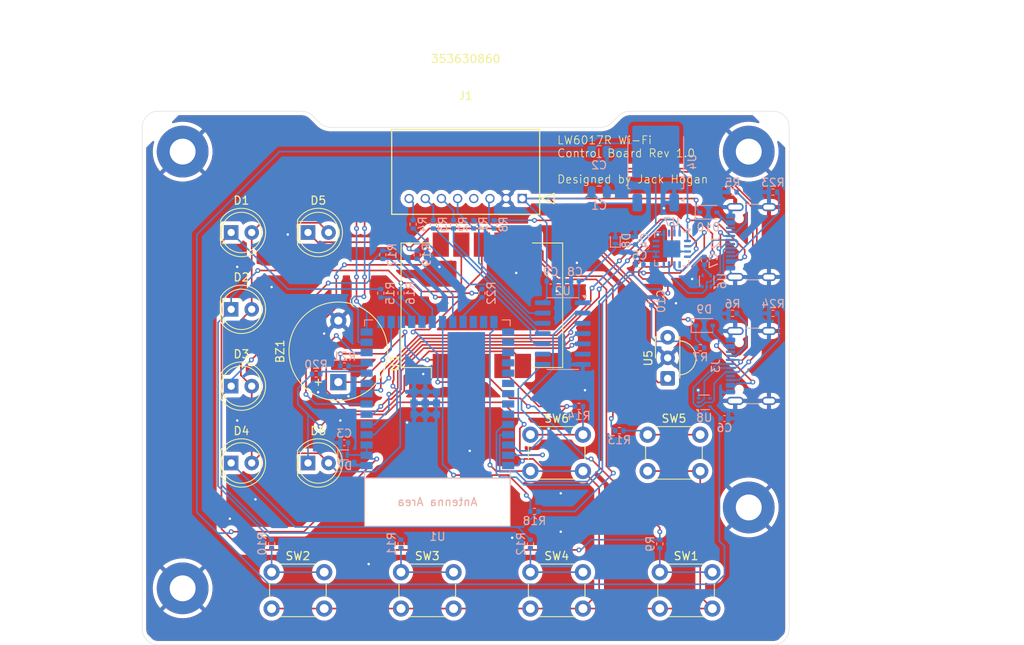
<source format=kicad_pcb>
(kicad_pcb (version 20240108) (generator "pcbnew") (generator_version "8.0")
  (layers (0 "F.Cu" signal) (31 "B.Cu" signal) (34 "B.Paste" user) (35 "F.Paste" user) (36 "B.SilkS" user "B.Silkscreen") (37 "F.SilkS" user "F.Silkscreen") (38 "B.Mask" user) (39 "F.Mask" user) (44 "Edge.Cuts" user))
  (net 0 "")
  (net 1 "Net-(BZ1-+)")
  (net 2 "GND")
  (net 3 "+5V")
  (net 4 "+3V3")
  (net 5 "Net-(U5-Vs)")
  (net 6 "seg0")
  (net 7 "LEDS")
  (net 8 "seg1")
  (net 9 "seg2")
  (net 10 "seg3")
  (net 11 "seg4")
  (net 12 "seg5")
  (net 13 "Net-(D9-A)")
  (net 14 "Net-(D10-A)")
  (net 15 "STB")
  (net 16 "IR_OUT")
  (net 17 "DATA_IO")
  (net 18 "IRQ_N")
  (net 20 "CLK")
  (net 21 "UART_D+")
  (net 22 "UART_D-")
  (net 23 "Net-(J2-CC1)")
  (net 26 "Net-(J2-CC2)")
  (net 27 "Net-(J3-CC2)")
  (net 29 "JTAG_D+")
  (net 30 "JTAG_D-")
  (net 31 "Net-(J3-CC1)")
  (net 33 "Net-(U2-B1)")
  (net 34 "Net-(U2-B2)")
  (net 35 "Net-(U2-B3)")
  (net 36 "Net-(U2-B4)")
  (net 37 "Net-(U5-OUT)")
  (net 38 "Net-(R9-Pad2)")
  (net 39 "Net-(R10-Pad2)")
  (net 40 "Net-(R11-Pad2)")
  (net 41 "Net-(R12-Pad2)")
  (net 42 "Net-(R13-Pad2)")
  (net 43 "Net-(R14-Pad2)")
  (net 44 "Net-(U1-GPIO10{slash}TOUCH10{slash}ADC1_CH9{slash}FSPICS0{slash}FSPIIO4{slash}SUBSPICS0)")
  (net 45 "Net-(U1-GPIO11{slash}TOUCH11{slash}ADC2_CH0{slash}FSPID{slash}FSPIIO5{slash}SUBSPID)")
  (net 46 "Net-(U1-GPIO12{slash}TOUCH12{slash}ADC2_CH1{slash}FSPICLK{slash}FSPIIO6{slash}SUBSPICLK)")
  (net 47 "Net-(U1-GPIO13{slash}TOUCH13{slash}ADC2_CH2{slash}FSPIQ{slash}FSPIIO7{slash}SUBSPIQ)")
  (net 48 "Net-(U1-GPIO14{slash}TOUCH14{slash}ADC2_CH3{slash}FSPIWP{slash}FSPIDQS{slash}SUBSPIWP)")
  (net 49 "Net-(U1-GPIO17{slash}U1TXD{slash}ADC2_CH6)")
  (net 50 "Net-(U1-GPIO18{slash}U1RXD{slash}ADC2_CH7{slash}CLK_OUT3)")
  (net 51 "seg6")
  (net 52 "seg7")
  (net 53 "Net-(U1-GPIO21)")
  (net 54 "BUTTONS")
  (net 55 "com2")
  (net 56 "DIGIT_2")
  (net 60 "ESP_UART_CTS")
  (net 61 "com0")
  (net 63 "ESP_UART_RX")
  (net 65 "com1")
  (net 66 "ESP_UART_RTS")
  (net 70 "DIGIT_1")
  (net 72 "com4")
  (net 73 "com3")
  (net 76 "ESP_UART_TX")
  (footprint "Button_Switch_THT:SW_PUSH_6mm" (layer "F.Cu") (at 127 102)
    (property "Reference" "SW3")
    (property "Value" "TIMER")
  )
  (footprint "Button_Switch_THT:SW_PUSH_6mm" (layer "F.Cu") (at 143 85)
    (property "Reference" "SW6")
    (property "Value" "TEMP_DN")
  )
  (footprint "LED_THT:LED_D5.0mm" (layer "F.Cu") (at 106 60)
    (property "Reference" "D1")
    (property "Value" "COOL")
  )
  (footprint "Button_Switch_THT:SW_PUSH_6mm" (layer "F.Cu") (at 143 102)
    (property "Reference" "SW4")
    (property "Value" "FAN_SPEED")
  )
  (footprint "OptoDevice:Vishay_MINICAST-3Pin" (layer "F.Cu") (at 159.975 78.04 90)
    (property "Reference" "U5")
    (property "Value" "TSOP382xx")
  )
  (footprint "footprints:CON_353630860" (layer "F.Cu") (at 142.000001 55.799999)
    (property "Reference" "J1")
    (property "Value" "353630860")
  )
  (footprint "Button_Switch_THT:SW_PUSH_6mm" (layer "F.Cu") (at 159 102)
    (property "Reference" "SW1")
    (property "Value" "POWER")
  )
  (footprint "Buzzer_Beeper:Buzzer_12x9.5RM7.6" (layer "F.Cu") (at 119.25 78.5 90)
    (property "Reference" "BZ1")
    (property "Value" "Buzzer")
  )
  (footprint "LED_THT:LED_D5.0mm" (layer "F.Cu") (at 106 88.5)
    (property "Reference" "D4")
    (property "Value" "DRY")
  )
  (footprint "LED_THT:LED_D5.0mm" (layer "F.Cu") (at 115.5 88.5)
    (property "Reference" "D6")
    (property "Value" "TIMER")
  )
  (footprint "Button_Switch_THT:SW_PUSH_6mm" (layer "F.Cu") (at 111 102)
    (property "Reference" "SW2")
    (property "Value" "MODE")
  )
  (footprint "LED_THT:LED_D5.0mm" (layer "F.Cu") (at 106 69.5)
    (property "Reference" "D2")
    (property "Value" "E_SAVER")
  )
  (footprint "Display:HDSM-441B_HDSM-443B" (layer "F.Cu") (at 137 69 90)
    (property "Reference" "U3")
    (property "Value" "HDSM-441W")
  )
  (footprint "LED_THT:LED_D5.0mm" (layer "F.Cu") (at 115.5 60)
    (property "Reference" "D5")
    (property "Value" "F_REMIND")
  )
  (footprint "Button_Switch_THT:SW_PUSH_6mm" (layer "F.Cu") (at 157.5 85)
    (property "Reference" "SW5")
    (property "Value" "TEMP_UP")
  )
  (footprint "LED_THT:LED_D5.0mm" (layer "F.Cu") (at 106 79)
    (property "Reference" "D3")
    (property "Value" "FAN")
  )
  (footprint "Resistor_SMD:R_0402_1005Metric" (layer "B.Cu") (at 111 98.49 -90)
    (property "Reference" "R10")
    (property "Value" "3.3k")
  )
  (footprint "MountingHole:MountingHole_3.2mm_M3_Pad" (layer "B.Cu") (at 100 50 180)
    (property "Reference" "REF**" (hide yes))
    (property "Value" "MountingHole_3.2mm_M3_Pad")
  )
  (footprint "Diode_SMD:D_SOD-882" (layer "B.Cu") (at 120 87.5)
    (property "Reference" "D7")
    (property "Value" "D_TVS")
  )
  (footprint "Resistor_SMD:R_0402_1005Metric" (layer "B.Cu") (at 127 98.49 -90)
    (property "Reference" "R11")
    (property "Value" "3.3k")
  )
  (footprint "Capacitor_SMD:C_0402_1005Metric" (layer "B.Cu") (at 156.5 64 180)
    (property "Reference" "C5")
    (property "Value" "0.1uF")
  )
  (footprint "Resistor_SMD:R_0402_1005Metric" (layer "B.Cu") (at 143.5 94.49)
    (property "Reference" "R18")
    (property "Value" "51")
  )
  (footprint "Capacitor_SMD:C_0402_1005Metric" (layer "B.Cu") (at 156 61 90)
    (property "Reference" "C4")
    (property "Value" "0.1uF")
  )
  (footprint "Capacitor_SMD:C_0805_2012Metric" (layer "B.Cu") (at 151.5 50)
    (property "Reference" "C2")
    (property "Value" "22uF")
  )
  (footprint "Capacitor_SMD:C_0402_1005Metric" (layer "B.Cu") (at 164.5 63.5 90)
    (property "Reference" "C7")
    (property "Value" "0.1uF")
  )
  (footprint "Resistor_SMD:R_0402_1005Metric" (layer "B.Cu") (at 173.01 70 180)
    (property "Reference" "R24")
    (property "Value" "5.1K")
  )
  (footprint "Resistor_SMD:R_0402_1005Metric" (layer "B.Cu") (at 172.99 55 180)
    (property "Reference" "R23")
    (property "Value" "5.1K")
  )
  (footprint "Diode_SMD:D_SOD-882" (layer "B.Cu") (at 153.5 61 90)
    (property "Reference" "D8")
    (property "Value" "D_TVS")
  )
  (footprint "MountingHole:MountingHole_3.2mm_M3_Pad" (layer "B.Cu") (at 170 94 180)
    (property "Reference" "REF**" (hide yes))
    (property "Value" "MountingHole_3.2mm_M3_Pad")
  )
  (footprint "Resistor_SMD:R_0402_1005Metric" (layer "B.Cu") (at 116.5 77.5 180)
    (property "Reference" "R20")
    (property "Value" "51")
  )
  (footprint "Diode_SMD:D_SOD-323" (layer "B.Cu") (at 165 57.5)
    (property "Reference" "D10")
    (property "Value" "D")
  )
  (footprint "MountingHole:MountingHole_3.2mm_M3_Pad" (layer "B.Cu") (at 170 50 180)
    (property "Reference" "REF**" (hide yes))
    (property "Value" "MountingHole_3.2mm_M3_Pad")
  )
  (footprint "Package_TO_SOT_SMD:TO-252-2" (layer "B.Cu") (at 158.5 51.2634 90)
    (property "Reference" "U4")
    (property "Value" "AZ1117ID-3.3TRG1")
  )
  (footprint "Resistor_SMD:R_0402_1005Metric" (layer "B.Cu") (at 136 58.99 90)
    (property "Reference" "R1")
    (property "Value" "120")
  )
  (footprint "Resistor_SMD:R_0402_1005Metric" (layer "B.Cu") (at 129 62.75 90)
    (property "Reference" "R19")
    (property "Value" "51")
  )
  (footprint "Connector_USB:USB_C_Receptacle_GCT_USB4105-xx-A_16P_TopMnt_Horizontal" (layer "B.Cu") (at 171.425 61.18 -90)
    (property "Reference" "J2")
    (property "Value" "USB_C_Receptacle_USB2.0_16P")
  )
  (footprint "Resistor_SMD:R_0402_1005Metric" (layer "B.Cu") (at 168 70 180)
    (property "Reference" "R6")
    (property "Value" "5.1K")
  )
  (footprint "Package_TO_SOT_SMD:SOT-553" (layer "B.Cu") (at 164.8 66 90)
    (property "Reference" "U6")
    (property "Value" "TPD3E001DRLR")
  )
  (footprint "Resistor_SMD:R_0402_1005Metric" (layer "B.Cu") (at 133.5 58.99 90)
    (property "Reference" "R2")
    (property "Value" "120")
  )
  (footprint "Resistor_SMD:R_0402_1005Metric" (layer "B.Cu") (at 137 67.5 90)
    (property "Reference" "R22")
    (property "Value" "51")
  )
  (footprint "Capacitor_SMD:C_0402_1005Metric" (layer "B.Cu") (at 167 83)
    (property "Reference" "C6")
    (property "Value" "0.1uF")
  )
  (footprint "Resistor_SMD:R_0402_1005Metric" (layer "B.Cu") (at 138.5 59 90)
    (property "Reference" "R8")
    (property "Value" "100")
  )
  (footprint "Capacitor_SMD:C_0402_1005Metric" (layer "B.Cu") (at 148.52 66.025 180)
    (property "Reference" "C8")
    (property "Value" "0.1uF")
  )
  (footprint "Capacitor_SMD:C_0402_1005Metric" (layer "B.Cu") (at 119.98 86 180)
    (property "Reference" "C3")
    (property "Value" "0.1uF")
  )
  (footprint "Resistor_SMD:R_0402_1005Metric" (layer "B.Cu") (at 124.75 62.76 90)
    (property "Reference" "R17")
    (property "Value" "51")
  )
  (footprint "PCM_Espressif:ESP32-S3-WROOM-1" (layer "B.Cu") (at 131.5 80.56)
    (property "Reference" "U1")
    (property "Value" "ESP32-S3-WROOM-1")
  )
  (footprint "Resistor_SMD:R_0402_1005Metric" (layer "B.Cu") (at 159 98.5 -90)
    (property "Reference" "R9")
    (property "Value" "3.3k")
  )
  (footprint "Resistor_SMD:R_0402_1005Metric" (layer "B.Cu") (at 164.01 74.25)
    (property "Reference" "R7")
    (property "Value" "330")
  )
  (footprint "MountingHole:MountingHole_3.2mm_M3_Pad" (layer "B.Cu") (at 100 104 180)
    (property "Reference" "REF**" (hide yes))
    (property "Value" "MountingHole_3.2mm_M3_Pad")
  )
  (footprint "Resistor_SMD:R_0402_1005Metric" (layer "B.Cu") (at 120.01 76.5 180)
    (property "Reference" "R21")
    (property "Value" "51")
  )
  (footprint "Package_TO_SOT_SMD:SOT-553" (layer "B.Cu") (at 164.5 81)
    (property "Reference" "U8")
    (property "Value" "TPD3E001DRLR")
  )
  (footprint "Resistor_SMD:R_0402_1005Metric" (layer "B.Cu") (at 127 67.5 90)
    (property "Reference" "R16")
    (property "Value" "51")
  )
  (footprint "Diode_SMD:D_SOD-323" (layer "B.Cu") (at 164.5 71.5)
    (property "Reference" "D9")
    (property "Value" "D")
  )
  (footprint "Capacitor_SMD:C_0805_2012Metric" (layer "B.Cu") (at 151.5 55)
    (property "Reference" "C1")
    (property "Value" "10uF")
  )
  (footprint "Package_SO:SOIC-14_3.9x8.7mm_P1.27mm" (layer "B.Cu") (at 147 72.5 180)
    (property "Reference" "U2")
    (property "Value" "TXB0104D")
  )
  (footprint "Resistor_SMD:R_0402_1005Metric" (layer "B.Cu") (at 128.5 58.99 90)
    (property "Reference" "R4")
    (property "Value" "120")
  )
  (footprint "Resistor_SMD:R_0402_1005Metric" (layer "B.Cu") (at 124.5 67.51 90)
    (property "Reference" "R15")
    (property "Value" "51")
  )
  (footprint "Resistor_SMD:R_0402_1005Metric" (layer "B.Cu") (at 154 84.5)
    (property "Reference" "R13")
    (property "Value" "3.3k")
  )
  (footprint "Capacitor_SMD:C_0402_1005Metric" (layer "B.Cu") (at 145.5 66.025 180)
    (property "Reference" "C9")
    (property "Value" "0.1uF")
  )
  (footprint "Resistor_SMD:R_0402_1005Metric" (layer "B.Cu") (at 168 55 180)
    (property "Reference" "R5")
    (property "Value" "5.1K")
  )
  (footprint "Connector_USB:USB_C_Receptacle_GCT_USB4105-xx-A_16P_TopMnt_Horizontal" (layer "B.Cu") (at 171.425 76.5 -90)
    (property "Reference" "J3")
    (property "Value" "USB_C_Receptacle_USB2.0_16P")
  )
  (footprint "Resistor_SMD:R_0402_1005Metric" (layer "B.Cu") (at 131 58.99 90)
    (property "Reference" "R3")
    (property "Value" "120")
  )
  (footprint "Resistor_SMD:R_0402_1005Metric" (layer "B.Cu") (at 143 98.5 -90)
    (property "Reference" "R12")
    (property "Value" "3.3k")
  )
  (footprint "Package_DFN_QFN:QFN-16-1EP_4x4mm_P0.65mm_EP2.1x2.1mm" (layer "B.Cu") (at 160.475 62.025 180)
    (property "Reference" "U7")
    (property "Value" "FT230XQ")
  )
  (footprint "Resistor_SMD:R_0402_1005Metric" (layer "B.Cu") (at 149 81.5)
    (property "Reference" "R14")
    (property "Value" "3.3k")
  )
  (footprint "Capacitor_SMD:C_0402_1005Metric" (layer "B.Cu") (at 158 68.5 90)
    (property "Reference" "C10")
    (property "Value" "0.1uF")
  )
  (gr_line (start 116.085787 45.585787) (end 116.914214 46.414214) (stroke (width 0.05)) (layer "Edge.Cuts"))
  (gr_arc (start 173 45) (mid 174.414214 45.585786) (end 175 47) (stroke (width 0.05)) (layer "Edge.Cuts"))
  (gr_line (start 173 111) (end 97 111) (stroke (width 0.05)) (layer "Edge.Cuts"))
  (gr_arc (start 114.671573 45) (mid 115.436946 45.152232) (end 116.085787 45.585787) (stroke (width 0.05)) (layer "Edge.Cuts"))
  (gr_line (start 153.085787 46.414213) (end 153.914214 45.585786) (stroke (width 0.05)) (layer "Edge.Cuts"))
  (gr_line (start 97 45) (end 114.671573 45) (stroke (width 0.05)) (layer "Edge.Cuts"))
  (gr_arc (start 153.085787 46.414213) (mid 152.436939 46.84775) (end 151.671573 47) (stroke (width 0.05)) (layer "Edge.Cuts"))
  (gr_line (start 175 47) (end 175 109) (stroke (width 0.05)) (layer "Edge.Cuts"))
  (gr_arc (start 175 109) (mid 174.414214 110.414214) (end 173 111) (stroke (width 0.05)) (layer "Edge.Cuts"))
  (gr_arc (start 95 47) (mid 95.585786 45.585786) (end 97 45) (stroke (width 0.05)) (layer "Edge.Cuts"))
  (gr_arc (start 118.328427 47) (mid 117.56306 46.847759) (end 116.914214 46.414214) (stroke (width 0.05)) (layer "Edge.Cuts"))
  (gr_arc (start 97 111) (mid 95.585786 110.414214) (end 95 109) (stroke (width 0.05)) (layer "Edge.Cuts"))
  (gr_arc (start 153.914214 45.585786) (mid 154.563062 45.15225) (end 155.328427 45) (stroke (width 0.05)) (layer "Edge.Cuts"))
  (gr_line (start 95 109) (end 95 47) (stroke (width 0.05)) (layer "Edge.Cuts"))
  (gr_line (start 118.328427 47) (end 151.671573 47) (stroke (width 0.05)) (layer "Edge.Cuts"))
  (gr_line (start 155.328427 45) (end 173 45) (stroke (width 0.05)) (layer "Edge.Cuts"))
  (gr_text "LW6017R Wi-Fi\nControl Board Rev 1.0\n\nDesigned by Jack Hogan" (at 146.25 54 0) (layer "F.SilkS") (effects (font (size 1 1) (thickness 0.1)) (justify left bottom)))
  (segment (start 122 78.5) (end 124.75 75.75) (width 0.2) (layer "F.Cu") (net 1))
  (segment (start 119.5 78.5) (end 122 78.5) (width 0.2) (layer "F.Cu") (net 1))
  (via (at 124.75 75.75) (size 0.6) (drill 0.3) (layers "F.Cu" "B.Cu") (net 1))
  (segment (start 124.75 75.75) (end 124.75 75.5) (width 0.2) (layer "B.Cu") (net 1))
  (segment (start 124.75 75.5) (end 125.785 74.465) (width 0.2) (layer "B.Cu") (net 1))
  (segment (start 125.785 74.465) (end 125.785 71.06) (width 0.2) (layer "B.Cu") (net 1))
  (segment (start 142 88.25) (end 142.25 88) (width 0.2) (layer "F.Cu") (net 2))
  (segment (start 142.25 88) (end 143.338478 88) (width 0.2) (layer "F.Cu") (net 2))
  (segment (start 156.25 63.25) (end 155.75 63.75) (width 0.2) (layer "F.Cu") (net 2))
  (segment (start 155.75 65.25) (end 157 66.5) (width 0.2) (layer "F.Cu") (net 2))
  (segment (start 142 88.25) (end 140.75 87) (width 0.2) (layer "F.Cu") (net 2))
  (segment (start 158.75 66.5) (end 158.75 67.098529) (width 0.2) (layer "F.Cu") (net 2))
  (segment (start 158.75 60.598529) (end 156.25 63.25) (width 0.2) (layer "F.Cu") (net 2))
  (segment (start 143.338478 88) (end 146.75 91.411522) (width 0.2) (layer "F.Cu") (net 2))
  (segment (start 158.75 67.098529) (end 160.401471 68.75) (width 0.2) (layer "F.Cu") (net 2))
  (segment (start 160.401471 68.75) (end 161 68.75) (width 0.2) (layer "F.Cu") (net 2))
  (segment (start 156.25 63.25) (end 156.348529 63) (width 0.2) (layer "F.Cu") (net 2))
  (segment (start 146.75 91.411522) (end 146.75 92.25) (width 0.2) (layer "F.Cu") (net 2))
  (segment (start 155.75 63.75) (end 155.75 65.25) (width 0.2) (layer "F.Cu") (net 2))
  (segment (start 140.75 87) (end 135.5 87) (width 0.2) (layer "F.Cu") (net 2))
  (segment (start 157 66.5) (end 158.75 66.5) (width 0.2) (layer "F.Cu") (net 2))
  (segment (start 146.75 92.25) (end 146.75 97) (width 0.2) (layer "F.Cu") (net 2))
  (segment (start 158.75 60.25) (end 158.75 60.598529) (width 0.2) (layer "F.Cu") (net 2))
  (via (at 146.25 67.25) (size 0.6) (drill 0.3) (layers "F.Cu" "B.Cu") (net 2))
  (via (at 146.75 97) (size 0.6) (drill 0.3) (layers "F.Cu" "B.Cu") (net 2))
  (via (at 141.25 65) (size 0.6) (drill 0.3) (layers "F.Cu" "B.Cu") (net 2))
  (via (at 120.5 80.25) (size 0.6) (drill 0.3) (layers "F.Cu" "B.Cu") (net 2))
  (via (at 140.75 97.75) (size 0.6) (drill 0.3) (layers "F.Cu" "B.Cu") (net 2))
  (via (at 161 68.75) (size 0.6) (drill 0.3) (layers "F.Cu" "B.Cu") (net 2))
  (via (at 131.75 64.25) (size 0.6) (drill 0.3) (layers "F.Cu" "B.Cu") (net 2))
  (via (at 119.5 83.25) (size 0.6) (drill 0.3) (layers "F.Cu" "B.Cu") (net 2))
  (via (at 106.75 83.25) (size 0.6) (drill 0.3) (layers "F.Cu" "B.Cu") (net 2))
  (via (at 127.75 83.5) (size 0.6) (drill 0.3) (layers "F.Cu" "B.Cu") (net 2))
  (via (at 130 62) (size 0.6) (drill 0.3) (layers "F.Cu" "B.Cu") (net 2))
  (via (at 158.75 60.25) (size 0.6) (drill 0.3) (layers "F.Cu" "B.Cu") (net 2))
  (via (at 159.5 57) (size 0.6) (drill 0.3) (layers "F.Cu" "B.Cu") (net 2))
  (via (at 116.75 79.75) (size 0.6) (drill 0.3) (layers "F.Cu" "B.Cu") (net 2))
  (via (at 113 60.25) (size 0.6) (drill 0.3) (layers "F.Cu" "B.Cu") (net 2))
  (via (at 142 88.25) (size 0.6) (drill 0.3) (layers "F.Cu" "B.Cu") (net 2))
  (via (at 135.5 87) (size 0.6) (drill 0.3) (layers "F.Cu" "B.Cu") (net 2))
  (via (at 163.75 79.5) (size 0.6) (drill 0.3) (layers "F.Cu" "B.Cu") (net 2))
  (via (at 163 65.75) (size 0.6) (drill 0.3) (layers "F.Cu" "B.Cu") (net 2))
  (via (at 117.5 72.5) (size 0.6) (drill 0.3) (layers "F.Cu" "B.Cu") (net 2))
  (via (at 123 101) (size 0.6) (drill 0.3) (layers "F.Cu" "B.Cu") (net 2))
  (via (at 148.75 63.75) (size 0.6) (drill 0.3) (layers "F.Cu" "B.Cu") (net 2))
  (via (at 106.75 64.25) (size 0.6) (drill 0.3) (layers "F.Cu" "B.Cu") (net 2))
  (via (at 149.75 79.5) (size 0.6) (drill 0.3) (layers "F.Cu" "B.Cu") (net 2))
  (via (at 111 66.75) (size 0.6) (drill 0.3) (layers "F.Cu" "B.Cu") (net 2))
  (via (at 105.84 95.39) (size 0.6) (drill 0.3) (layers "F.Cu" "B.Cu") (net 2))
  (via (at 146.75 92.25) (size 0.6) (drill 0.3) (layers "F.Cu" "B.Cu") (net 2))
  (via (at 145.25 84.25) (size 0.6) (drill 0.3) (layers "F.Cu" "B.Cu") (net 2))
  (via (at 129.75 77.5) (size 0.6) (drill 0.3) (layers "F.Cu" "B.Cu") (net 2))
  (via (at 109 93) (size 0.6) (drill 0.3) (layers "F.Cu" "B.Cu") (net 2))
  (via (at 156.25 63.25) (size 0.6) (drill 0.3) (layers "F.Cu" "B.Cu") (net 2))
  (segment (start 119.5 86) (end 119.5 87.485) (width 0.2) (layer "B.Cu") (net 2))
  (segment (start 164.5 63.02) (end 164.131471 63.02) (width 0.2) (layer "B.Cu") (net 2))
  (segment (start 163 64.151471) (end 163 65.75) (width 0.2) (layer "B.Cu") (net 2))
  (segment (start 122.75 88.82) (end 120.62 88.82) (width 0.2) (layer "B.Cu") (net 2))
  (segment (start 159.325 60.25) (end 158.75 60.25) (width 0.2) (layer "B.Cu") (net 2))
  (segment (start 159.5 60.075) (end 159.5 61.05) (width 0.2) (layer "B.Cu") (net 2))
  (segment (start 153.505 60.52) (end 153.5 60.515) (width 0.2) (layer "B.Cu") (net 2))
  (segment (start 119.5 87.485) (end 119.515 87.5) (width 0.2) (layer "B.Cu") (net 2))
  (segment (start 120.5 80.25) (end 117.25 80.25) (width 0.2) (layer "B.Cu") (net 2))
  (segment (start 163.8 80.5) (end 163.8 79.55) (width 0.2) (layer "B.Cu") (net 2))
  (segment (start 141.43 88.82) (end 142 88.25) (width 0.2) (layer "B.Cu") (net 2))
  (segment (start 119.65 87.85) (end 119.65 87.5) (width 0.2) (layer "B.Cu") (net 2))
  (segment (start 163 65.75) (end 163.35 65.75) (width 0.2) (layer "B.Cu") (net 2))
  (segment (start 164.131471 63.02) (end 163 64.151471) (width 0.2) (layer "B.Cu") (net 2))
  (segment (start 160.8 62.35) (end 162.425 62.35) (width 0.2) (layer "B.Cu") (net 2))
  (segment (start 167.745 64.925) (end 168.32 65.5) (width 0.2) (layer "B.Cu") (net 2))
  (segment (start 159.5 60.075) (end 159.325 60.25) (width 0.2) (layer "B.Cu") (net 2))
  (segment (start 167.745 64.38) (end 167.745 64.925) (width 0.2) (layer "B.Cu") (net 2))
  (segment (start 163.8 79.55) (end 163.75 79.5) (width 0.2) (layer "B.Cu") (net 2))
  (segment (start 120.62 88.82) (end 119.65 87.85) (width 0.2) (layer "B.Cu") (net 2))
  (segment (start 159.5 61.05) (end 160.475 62.025) (width 0.2) (layer "B.Cu") (net 2))
  (segment (start 117.25 80.25) (end 116.75 79.75) (width 0.2) (layer "B.Cu") (net 2))
  (segment (start 140.25 88.82) (end 141.43 88.82) (width 0.2) (layer "B.Cu") (net 2))
  (segment (start 163.35 65.75) (end 164.3 66.7) (width 0.2) (layer "B.Cu") (net 2))
  (segment (start 142.000001 55.799999) (end 145 55.799999) (width 0.2) (layer "F.Cu") (net 3))
  (segment (start 145.25 55.799999) (end 145 55.799999) (width 0.2) (layer "F.Cu") (net 3))
  (segment (start 145.45147 55.799999) (end 145.25 55.799999) (width 0.2) (layer "F.Cu") (net 3))
  (segment (start 145.25 55.799999) (end 145.365685 55.799999) (width 0.2) (layer "F.Cu") (net 3))
  (segment (start 160.315686 70.75) (end 162.5 70.75) (width 0.2) (layer "F.Cu") (net 3))
  (segment (start 145 55.799999) (end 163.299999 55.799999) (width 0.2) (layer "F.Cu") (net 3))
  (segment (start 163.299999 55.799999) (end 163.5 56) (width 0.2) (layer "F.Cu") (net 3))
  (segment (start 145.365685 55.799999) (end 160.315686 70.75) (width 0.2) (layer "F.Cu") (net 3))
  (via (at 162.5 70.75) (size 0.6) (drill 0.3) (layers "F.Cu" "B.Cu") (net 3))
  (via (at 163.5 56) (size 0.6) (drill 0.3) (layers "F.Cu" "B.Cu") (net 3))
  (segment (start 145.02 58.819998) (end 142.000001 55.799999) (width 0.2) (layer "B.Cu") (net 3))
  (segment (start 162.5 70.75) (end 162.7 70.75) (width 0.2) (layer "B.Cu") (net 3))
  (segment (start 145.02 68.195) (end 144.525 68.69) (width 0.2) (layer "B.Cu") (net 3))
  (segment (start 163.45 71.5) (end 163.45 73.18) (width 0.2) (layer "B.Cu") (net 3))
  (segment (start 163.5 57.05) (end 163.95 57.5) (width 0.2) (layer "B.Cu") (net 3))
  (segment (start 142.000001 55.799999) (end 149.750001 55.799999) (width 0.2) (layer "B.Cu") (net 3))
  (segment (start 145.02 66.5) (end 145.02 68.195) (width 0.2) (layer "B.Cu") (net 3))
  (segment (start 163.45 73.18) (end 164.52 74.25) (width 0.2) (layer "B.Cu") (net 3))
  (segment (start 150.55 55) (end 151.9442 56.3942) (width 0.2) (layer "B.Cu") (net 3))
  (segment (start 162.7 70.75) (end 163.45 71.5) (width 0.2) (layer "B.Cu") (net 3))
  (segment (start 163.5 56) (end 163.5 57.05) (width 0.2) (layer "B.Cu") (net 3))
  (segment (start 149.750001 55.799999) (end 150.55 55) (width 0.2) (layer "B.Cu") (net 3))
  (segment (start 145.02 66.5) (end 145.02 58.819998) (width 0.2) (layer "B.Cu") (net 3))
  (segment (start 145.02 66.025) (end 145.02 66.5) (width 0.2) (layer "B.Cu") (net 3))
  (segment (start 151.9442 56.3942) (end 156.214 56.3942) (width 0.2) (layer "B.Cu") (net 3))
  (segment (start 165.5 60.151471) (end 163.848529 58.5) (width 0.2) (layer "F.Cu") (net 4))
  (segment (start 115 97) (end 124 88) (width 0.2) (layer "F.Cu") (net 4))
  (segment (start 106 97) (end 115 97) (width 0.2) (layer "F.Cu") (net 4))
  (segment (start 163.848529 58.5) (end 162.5 58.5) (width 0.2) (layer "F.Cu") (net 4))
  (segment (start 165.5 62.5) (end 165.5 60.151471) (width 0.2) (layer "F.Cu") (net 4))
  (via (at 106 97) (size 0.6) (drill 0.3) (layers "F.Cu" "B.Cu") (net 4))
  (via (at 162.5 58.5) (size 0.6) (drill 0.3) (layers "F.Cu" "B.Cu") (net 4))
  (via (at 124 88) (size 0.6) (drill 0.3) (layers "F.Cu" "B.Cu") (net 4))
  (via (at 165.5 62.5) (size 0.6) (drill 0.3) (layers "F.Cu" "B.Cu") (net 4))
  (segment (start 162.425 58.425) (end 162.5 58.5) (width 0.2) (layer "B.Cu") (net 4))
  (segment (start 156 61.48) (end 156.87 62.35) (width 0.2) (layer "B.Cu") (net 4))
  (segment (start 151.575 48.975) (end 158.1547 48.975) (width 0.2) (layer "B.Cu") (net 4))
  (segment (start 156.98 62.87) (end 156.98 64) (width 0.2) (layer "B.Cu") (net 4))
  (segment (start 158.5 49.3203) (end 162.425 53.2453) (width 0.2) (layer "B.Cu") (net 4))
  (segment (start 158.525 62.35) (end 158.525 63) (width 0.2) (layer "B.Cu") (net 4))
  (segment (start 153.5 61.485) (end 155.995 61.485) (width 0.2) (layer "B.Cu") (net 4))
  (segment (start 149 66.025) (end 149.475 66.025) (width 0.2) (layer "B.Cu") (net 4))
  (segment (start 149 68.215) (end 149.475 68.69) (width 0.2) (layer "B.Cu") (net 4))
  (segment (start 153.5 61.485) (end 153.5 62) (width 0.2) (layer "B.Cu") (net 4))
  (segment (start 104.080761 96.919239) (end 110.661522 103.5) (width 0.2) (layer "B.Cu") (net 4))
  (segment (start 167 102.338478) (end 167 98.7975) (width 0.2) (layer "B.Cu") (net 4))
  (segment (start 124 88) (end 123.2 88) (width 0.2) (layer "B.Cu") (net 4))
  (segment (start 112 50) (end 101.76 60.24) (width 0.2) (layer "B.Cu") (net 4))
  (segment (start 167 98.7975) (end 166.37 98.1675) (width 0.2) (layer "B.Cu") (net 4))
  (segment (start 156.87 62.35) (end 157.5 62.35) (width 0.2) (layer "B.Cu") (net 4))
  (segment (start 120.485 87.5) (end 122.7 87.5) (width 0.2) (layer "B.Cu") (net 4))
  (segment (start 157.5 62.35) (end 156.98 62.87) (width 0.2) (layer "B.Cu") (net 4))
  (segment (start 149 66.025) (end 149 68.215) (width 0.2) (layer "B.Cu") (net 4))
  (segment (start 104.080761 96.919239) (end 104.330761 97.169239) (width 0.2) (layer "B.Cu") (net 4))
  (segment (start 157.5 62.35) (end 158.525 62.35) (width 0.2) (layer "B.Cu") (net 4))
  (segment (start 162.5 58.5) (end 162.425 58.575) (width 0.2) (layer "B.Cu") (net 4))
  (segment (start 150.55 50) (end 112 50) (width 0.2) (layer "B.Cu") (net 4))
  (segment (start 104.330761 97.169239) (end 105.830761 97.169239) (width 0.2) (layer "B.Cu") (net 4))
  (segment (start 166.37 98.1675) (end 166.37 83.15) (width 0.2) (layer "B.Cu") (net 4))
  (segment (start 162.425 53.2453) (end 162.425 58.425) (width 0.2) (layer "B.Cu") (net 4))
  (segment (start 164.5 63.98) (end 165.5 62.98) (width 0.2) (layer "B.Cu") (net 4))
  (segment (start 158.5 49.3203) (end 158.5 58.98) (width 0.2) (layer "B.Cu") (net 4))
  (segment (start 165.838478 103.5) (end 167 102.338478) (width 0.2) (layer "B.Cu") (net 4))
  (segment (start 164.5 63.98) (end 164.5 64.5) (width 0.2) (layer "B.Cu") (net 4))
  (segment (start 110.661522 103.5) (end 165.838478 103.5) (width 0.2) (layer "B.Cu") (net 4))
  (segment (start 101.76 60.24) (end 101.76 94.598478) (width 0.2) (layer "B.Cu") (net 4))
  (segment (start 120.46 86) (end 120.46 87.475) (width 0.2) (layer "B.Cu") (net 4))
  (segment (start 101.76 94.598478) (end 104.080761 96.919239) (width 0.2) (layer "B.Cu") (net 4))
  (segment (start 162.425 58.575) (end 162.425 61.05) (width 0.2) (layer "B.Cu") (net 4))
  (segment (start 149.475 66.025) (end 153.5 62) (width 0.2) (layer "B.Cu") (net 4))
  (segment (start 164.5 64.5) (end 165.3 65.3) (width 0.2) (layer "B.Cu") (net 4))
  (segment (start 158.5 58.98) (end 156 61.48) (width 0.2) (layer "B.Cu") (net 4))
  (segment (start 150.55 50) (end 151.575 48.975) (width 0.2) (layer "B.Cu") (net 4))
  (segment (start 105.830761 97.169239) (end 106 97) (width 0.2) (layer "B.Cu") (net 4))
  (segment (start 120.46 87.475) (end 120.485 87.5) (width 0.2) (layer "B.Cu") (net 4))
  (segment (start 123.2 88) (end 122.75 87.55) (width 0.2) (layer "B.Cu") (net 4))
  (segment (start 165.2 81.5) (end 166.52 82.82) (width 0.2) (layer "B.Cu") (net 4))
  (segment (start 122.75 86.28) (end 122.75 87.55) (width 0.2) (layer "B.Cu") (net 4))
  (segment (start 165.5 62.98) (end 165.5 62.5) (width 0.2) (layer "B.Cu") (net 4))
  (segment (start 161.96 73.46) (end 162.75 74.25) (width 0.2) (layer "B.Cu") (net 5))
  (segment (start 157.975 72.975) (end 158.46 73.46) (width 0.2) (layer "B.Cu") (net 5))
  (segment (start 159.975 73.46) (end 161.96 73.46) (width 0.2) (layer "B.Cu") (net 5))
  (segment (start 162.75 74.25) (end 163.5 74.25) (width 0.2) (layer "B.Cu") (net 5))
  (segment (start 158.46 73.46) (end 159.975 73.46) (width 0.2) (layer "B.Cu") (net 5))
  (segment (start 157.975 69.005) (end 157.975 72.975) (width 0.2) (layer "B.Cu") (net 5))
  (segment (start 104.8 61.2) (end 104.8 96.648529) (width 0.2) (layer "F.Cu") (net 6))
  (segment (start 140.44 80.5) (end 137 77.06) (width 0.2) (layer "F.Cu") (net 6))
  (segment (start 104.8 96.648529) (end 107.401471 99.25) (width 0.2) (layer "F.Cu") (net 6))
  (segment (start 159 96.5) (end 159 97) (width 0.2) (layer "F.Cu") (net 6))
  (segment (start 106 60) (end 104.8 61.2) (width 0.2) (layer "F.Cu") (net 6))
  (segment (start 142.75 81.5) (end 141.75 80.5) (width 0.2) (layer "F.Cu") (net 6))
  (segment (start 150.5 88) (end 159 96.5) (width 0.2) (layer "F.Cu") (net 6))
  (segment (start 141.75 80.5) (end 140.44 80.5) (width 0.2) (layer "F.Cu") (net 6))
  (segment (start 107.401471 99.25) (end 149 99.25) (width 0.2) (layer "F.Cu") (net 6))
  (via (at 159 97) (size 0.6) (drill 0.3) (layers "F.Cu" "B.Cu") (net 6))
  (via (at 150.5 88) (size 0.6) (drill 0.3) (layers "F.Cu" "B.Cu") (net 6))
  (via (at 149 99.25) (size 0.6) (drill 0.3) (layers "F.Cu" "B.Cu") (net 6))
  (via (at 142.75 81.5) (size 0.6) (drill 0.3) (layers "F.Cu" "B.Cu") (net 6))
  (segment (start 150 88) (end 150.5 88) (width 0.2) (layer "B.Cu") (net 6))
  (segment (start 106 60) (end 113 67) (width 0.2) (layer "B.Cu") (net 6))
  (segment (start 113 67) (end 124.5 67) (width 0.2) (layer "B.Cu") (net 6))
  (segment (start 149.25 99.25) (end 150.51 97.99) (width 0.2) (layer "B.Cu") (net 6))
  (segment (start 149 99.25) (end 149.25 99.25) (width 0.2) (layer "B.Cu") (net 6))
  (segment (start 143.5 81.5) (end 150 88) (width 0.2) (layer "B.Cu") (net 6))
  (segment (start 150.51 97.99) (end 159 97.99) (width 0.2) (layer "B.Cu") (net 6))
  (segment (start 142.75 81.5) (end 143.5 81.5) (width 0.2) (layer "B.Cu") (net 6))
  (segment (start 159 97.99) (end 159 97) (width 0.2) (layer "B.Cu") (net 6))
  (segment (start 107.2 77.66) (end 108.54 79) (width 0.2) (layer "F.Cu") (net 7))
  (segment (start 116.84 87.3) (end 109.74 87.3) (width 0.2) (layer "F.Cu") (net 7))
  (segment (start 109.74 58.8) (end 108.54 60) (width 0.2) (layer "F.Cu") (net 7))
  (segment (start 118.04 60) (end 116.84 58.8) (width 0.2) (layer "F.Cu") (net 7))
  (segment (start 109.74 87.3) (end 108.54 88.5) (width 0.2) (layer "F.Cu") (net 7))
  (segment (start 118.04 88.5) (end 116.84 87.3) (width 0.2) (layer "F.Cu") (net 7))
  (segment (start 108.54 69.5) (end 107.2 70.84) (width 0.2) (layer "F.Cu") (net 7))
  (segment (start 107.2 70.84) (end 107.2 77.66) (width 0.2) (layer "F.Cu") (net 7))
  (segment (start 116.84 58.8) (end 109.74 58.8) (width 0.2) (layer "F.Cu") (net 7))
  (segment (start 108.54 60) (end 108.54 69.5) (width 0.2) (layer "F.Cu") (net 7))
  (segment (start 108.54 79) (end 108.54 88.5) (width 0.2) (layer "F.Cu") (net 7))
  (segment (start 126.9 71.215) (end 126.9 86.47) (width 0.2) (layer "B.Cu") (net 7))
  (segment (start 123.8 89.57) (end 119.11 89.57) (width 0.2) (layer "B.Cu") (net 7))
  (segment (start 126.9 86.47) (end 123.8 89.57) (width 0.2) (layer "B.Cu") (net 7))
  (segment (start 119.11 89.57) (end 118.04 88.5) (width 0.2) (layer "B.Cu") (net 7))
  (segment (start 134.46 66.79) (end 134.46 61.5) (width 0.2) (layer "F.Cu") (net 8))
  (segment (start 125.45 64.7) (end 109.3 64.7) (width 0.2) (layer "F.Cu") (net 8))
  (segment (start 109.3 64.7) (end 109.29 64.71) (width 0.2) (layer "F.Cu") (net 8))
  (segment (start 127 66.25) (end 125.45 64.7) (width 0.2) (layer "F.Cu") (net 8))
  (segment (start 129.5 67.3) (end 133.95 67.3) (width 0.2) (layer "F.Cu") (net 8))
  (segment (start 127 66.25) (end 128.45 66.25) (width 0.2) (layer "F.Cu") (net 8))
  (segment (start 128.45 66.25) (end 129.5 67.3) (width 0.2) (layer "F.Cu") (net 8))
  (segment (start 133.95 67.3) (end 134.46 66.79) (width 0.2) (layer "F.Cu") (net 8))
  (via (at 109.29 64.71) (size 0.6) (drill 0.3) (layers "F.Cu" "B.Cu") (net 8))
  (via (at 127 66.25) (size 0.6) (drill 0.3) (layers "F.Cu" "B.Cu") (net 8))
  (segment (start 106 68) (end 106 69.5) (width 0.2) (layer "B.Cu") (net 8))
  (segment (start 104.375 71.125) (end 106 69.5) (width 0.2) (layer "B.Cu") (net 8))
  (segment (start 109.29 64.71) (end 106 68) (width 0.2) (layer "B.Cu") (net 8))
  (segment (start 111 97.98) (end 104.375 91.355) (width 0.2) (layer "B.Cu") (net 8))
  (segment (start 104.375 91.355) (end 104.375 71.125) (width 0.2) (layer "B.Cu") (net 8))
  (segment (start 127 66.99) (end 127 66.25) (width 0.2) (layer "B.Cu") (net 8))
  (segment (start 118 66.25) (end 108.5 75.75) (width 0.2) (layer "F.Cu") (net 9))
  (segment (start 137 64.934314) (end 137 61.5) (width 0.2) (layer "F.Cu") (net 9))
  (segment (start 131.25 68) (end 133.934314 68) (width 0.2) (layer "F.Cu") (net 9))
  (segment (start 133.934314 68) (end 137 64.934314) (width 0.2) (layer "F.Cu") (net 9))
  (via (at 131.25 68) (size 0.6) (drill 0.3) (layers "F.Cu" "B.Cu") (net 9))
  (via (at 118 66.25) (size 0.6) (drill 0.3) (layers "F.Cu" "B.Cu") (net 9))
  (via (at 108.5 75.75) (size 0.6) (drill 0.3) (layers "F.Cu" "B.Cu") (net 9))
  (segment (start 122.75 66.25) (end 118 66.25) (width 0.2) (layer "B.Cu") (net 9))
  (segment (start 104.775 80.225) (end 106 79) (width 0.2) (layer "B.Cu") (net 9))
  (segment (start 125.5 62.25) (end 124.75 62.25) (width 0.2) (layer "B.Cu") (net 9))
  (segment (start 108.5 75.75) (end 106 78.25) (width 0.2) (layer "B.Cu") (net 9))
  (segment (start 104.775 91.189314) (end 104.775 80.225) (width 0.2) (layer "B.Cu") (net 9))
  (segment (start 123.1 63.9) (end 123.1 65.9) (width 0.2) (layer "B.Cu") (net 9))
  (segment (start 124.75 62.25) (end 123.1 63.9) (width 0.2) (layer "B.Cu") (net 9))
  (segment (start 126.175 97.155) (end 110.740686 97.155) (width 0.2) (layer "B.Cu") (net 9))
  (segment (start 127 97.98) (end 126.175 97.155) (width 0.2) (layer "B.Cu") (net 9))
  (segment (start 123.1 65.9) (end 122.75 66.25) (width 0.2) (layer "B.Cu") (net 9))
  (segment (start 131.25 68) (end 125.5 62.25) (width 0.2) (layer "B.Cu") (net 9))
  (segment (start 110.740686 97.155) (end 104.775 91.189314) (width 0.2) (layer "B.Cu") (net 9))
  (segment (start 146.374314 65.8) (end 142.08 61.505686) (width 0.2) (layer "F.Cu") (net 10))
  (segment (start 153.25 89.75) (end 152.4 88.9) (width 0.2) (layer "F.Cu") (net 10))
  (segment (start 151.148529 65.8) (end 146.374314 65.8) (width 0.2) (layer "F.Cu") (net 10))
  (segment (start 152.4 88.9) (end 152.4 67.051471) (width 0.2) (layer "F.Cu") (net 10))
  (segment (start 152.4 67.051471) (end 151.148529 65.8) (width 0.2) (layer "F.Cu") (net 10))
  (via (at 153.25 89.75) (size 0.6) (drill 0.3) (layers "F.Cu" "B.Cu") (net 10))
  (segment (start 113.91 96.41) (end 106 88.5) (width 0.2) (layer "B.Cu") (net 10))
  (segment (start 141.42 96.41) (end 113.91 96.41) (width 0.2) (layer "B.Cu") (net 10))
  (segment (start 153.25 89.75) (end 148.51 94.49) (width 0.2) (layer "B.Cu") (net 10))
  (segment (start 148.51 94.49) (end 144.01 94.49) (width 0.2) (layer "B.Cu") (net 10))
  (segment (start 143 97.99) (end 141.42 96.41) (width 0.2) (layer "B.Cu") (net 10))
  (segment (start 142.09 96.41) (end 144.01 94.49) (width 0.2) (layer "B.Cu") (net 10))
  (segment (start 141.42 96.41) (end 142.09 96.41) (width 0.2) (layer "B.Cu") (net 10))
  (segment (start 144.54 62.34) (end 144.54 63.4) (width 0.2) (layer "F.Cu") (net 11))
  (segment (start 139.54 60.29) (end 138.75 59.5) (width 0.2) (layer "F.Cu") (net 11))
  (segment (start 153.2 82.8) (end 153 83) (width 0.2) (layer "F.Cu") (net 11))
  (segment (start 130.5 59.5) (end 138.75 59.5) (width 0.2) (layer "F.Cu") (net 11))
  (segment (start 153.2 66.7) (end 153.2 82.8) (width 0.2) (layer "F.Cu") (net 11))
  (segment (start 146.54 65.4) (end 151.9 65.4) (width 0.2) (layer "F.Cu") (net 11))
  (segment (start 138.75 59.5) (end 143.25 59.5) (width 0.2) (layer "F.Cu") (net 11))
  (segment (start 144.54 63.4) (end 146.54 65.4) (width 0.2) (layer "F.Cu") (net 11))
  (segment (start 143.25 59.5) (end 143.975 60.225) (width 0.2) (layer "F.Cu") (net 11))
  (segment (start 128 62) (end 130.5 59.5) (width 0.2) (layer "F.Cu") (net 11))
  (segment (start 116.7 61.2) (end 127.2 61.2) (width 0.2) (layer "F.Cu") (net 11))
  (segment (start 143.975 61.775) (end 144.54 62.34) (width 0.2) (layer "F.Cu") (net 11))
  (segment (start 151.9 65.4) (end 153.2 66.7) (width 0.2) (layer "F.Cu") (net 11))
  (segment (start 143.975 60.225) (end 143.975 61.775) (width 0.2) (layer "F.Cu") (net 11))
  (segment (start 115.5 60) (end 116.7 61.2) (width 0.2) (layer "F.Cu") (net 11))
  (segment (start 128 62) (end 127.2 61.2) (width 0.2) (layer "F.Cu") (net 11))
  (via (at 153 83) (size 0.6) (drill 0.3) (layers "F.Cu" "B.Cu") (net 11))
  (via (at 128 62) (size 0.6) (drill 0.3) (layers "F.Cu" "B.Cu") (net 11))
  (segment (start 153 83) (end 153 84.01) (width 0.2) (layer "B.Cu") (net 11))
  (segment (start 129 62.24) (end 128.24 62.24) (width 0.2) (layer "B.Cu") (net 11))
  (segment (start 153 84.01) (end 153.49 84.5) (width 0.2) (layer "B.Cu") (net 11))
  (segment (start 128.24 62.24) (end 128 62) (width 0.2) (layer "B.Cu") (net 11))
  (segment (start 147.5 81.5) (end 144.04 81.5) (width 0.2) (layer "F.Cu") (net 12))
  (segment (start 126.6 81) (end 125.1 82.5) (width 0.2) (layer "F.Cu") (net 12))
  (segment (start 118.5 82.5) (end 117 84) (width 0.2) (layer "F.Cu") (net 12))
  (segment (start 146.7 82.3) (end 140.84 82.3) (width 0.2) (layer "F.Cu") (net 12))
  (segment (start 140.84 82.3) (end 139.54 81) (width 0.2) (layer "F.Cu") (net 12))
  (segment (start 125.1 82.5) (end 118.5 82.5) (width 0.2) (layer "F.Cu") (net 12))
  (segment (start 144.04 81.5) (end 139.54 77) (width 0.2) (layer "F.Cu") (net 12))
  (segment (start 147.5 81.5) (end 146.7 82.3) (width 0.2) (layer "F.Cu") (net 12))
  (segment (start 139.54 81) (end 126.6 81) (width 0.2) (layer "F.Cu") (net 12))
  (via (at 117 84) (size 0.6) (drill 0.3) (layers "F.Cu" "B.Cu") (net 12))
  (via (at 147.5 81.5) (size 0.6) (drill 0.3) (layers "F.Cu" "B.Cu") (net 12))
  (segment (start 115.5 88.5) (end 115.5 82.5) (width 0.2) (layer "B.Cu") (net 12))
  (segment (start 114.25 81.25) (end 115.5 82.5) (width 0.2) (layer "B.Cu") (net 12))
  (segment (start 147.5 81.5) (end 148.49 81.5) (width 0.2) (layer "B.Cu") (net 12))
  (segment (start 117 84) (end 115.5 82.5) (width 0.2) (layer "B.Cu") (net 12))
  (segment (start 115.99 77.5) (end 114.25 79.24) (width 0.2) (layer "B.Cu") (net 12))
  (segment (start 114.25 79.24) (end 114.25 81.25) (width 0.2) (layer "B.Cu") (net 12))
  (segment (start 170.5 78.5) (end 166 74) (width 0.2) (layer "F.Cu") (net 13))
  (via (at 170.5 78.5) (size 0.6) (drill 0.3) (layers "F.Cu" "B.Cu") (net 13))
  (via (at 166 74) (size 0.6) (drill 0.3) (layers "F.Cu" "B.Cu") (net 13))
  (segment (start 170.35 78.65) (end 170.5 78.5) (width 0.2) (layer "B.Cu") (net 13))
  (segment (start 168.569999 78.65) (end 170.35 78.65) (width 0.2) (layer "B.Cu") (net 13))
  (segment (start 165.55 72.479999) (end 165.55 71.5) (width 0.2) (layer "B.Cu") (net 13))
  (segment (start 167.745 78.9) (end 168.319999 78.9) (width 0.2) (layer "B.Cu") (net 13))
  (segment (start 166.035001 72.964999) (end 165.55 72.479999) (width 0.2) (layer "B.Cu") (net 13))
  (segment (start 166.285001 73.214999) (end 166.285001 73.714999) (width 0.2) (layer "B.Cu") (net 13))
  (segment (start 168.319999 78.9) (end 168.569999 78.65) (width 0.2) (layer "B.Cu") (net 13))
  (segment (start 167.170001 74.1) (end 166.035001 72.964999) (width 0.2) (layer "B.Cu") (net 13))
  (segment (start 166.035001 72.964999) (end 166.285001 73.214999) (width 0.2) (layer "B.Cu") (net 13))
  (segment (start 167.745 74.1) (end 167.170001 74.1) (width 0.2) (layer "B.Cu") (net 13))
  (segment (start 166.285001 73.714999) (end 166 74) (width 0.2) (layer "B.Cu") (net 13))
  (segment (start 169.5 62.151471) (end 169.5 63) (width 0.2) (layer "F.Cu") (net 14))
  (segment (start 166.348529 59) (end 169.5 62.151471) (width 0.2) (layer "F.Cu") (net 14))
  (segment (start 166 59) (end 166.348529 59) (width 0.2) (layer "F.Cu") (net 14))
  (via (at 169.5 63) (size 0.6) (drill 0.3) (layers "F.Cu" "B.Cu") (net 14))
  (via (at 166 59) (size 0.6) (drill 0.3) (layers "F.Cu" "B.Cu") (net 14))
  (segment (start 167.33 58.78) (end 166.525 57.975) (width 0.2) (layer "B.Cu") (net 14))
  (segment (start 169.105 63.395) (end 169.5 63) (width 0.2) (layer "B.Cu") (net 14))
  (segment (start 166.525 57.975) (end 166.05 57.5) (width 0.2) (layer "B.Cu") (net 14))
  (segment (start 166.525 57.975) (end 166.525 58.475) (width 0.2) (layer "B.Cu") (net 14))
  (segment (start 166.525 58.475) (end 166 59) (width 0.2) (layer "B.Cu") (net 14))
  (segment (start 167.93 63.395) (end 169.105 63.395) (width 0.2) (layer "B.Cu") (net 14))
  (segment (start 167.745 63.58) (end 168.355406 63.58) (width 0.2) (layer "B.Cu") (net 14))
  (segment (start 131 56.799997) (end 130.000002 55.799999) (width 0.2) (layer "B.Cu") (net 15))
  (segment (start 131 58.48) (end 131 56.799997) (width 0.2) (layer "B.Cu") (net 15))
  (segment (start 138.5 59.51) (end 137.88 58.89) (width 0.2) (layer "B.Cu") (net 16))
  (segment (start 137.88 58.89) (end 137.88 55.92) (width 0.2) (layer "B.Cu") (net 16))
  (segment (start 136 59.5) (end 134.000002 57.500002) (width 0.2) (layer "B.Cu") (net 17))
  (segment (start 134.000002 57.500002) (end 134.000002 55.799999) (width 0.2) (layer "B.Cu") (net 17))
  (segment (start 128.5 58.48) (end 128.5 56.299998) (width 0.2) (layer "B.Cu") (net 18))
  (segment (start 128.5 56.299998) (end 128.000001 55.799999) (width 0.2) (layer "B.Cu") (net 18))
  (segment (start 133.5 57.299998) (end 132.000001 55.799999) (width 0.2) (layer "B.Cu") (net 20))
  (segment (start 133.5 58.48) (end 133.5 57.299998) (width 0.2) (layer "B.Cu") (net 20))
  (segment (start 166.87 65.13) (end 166.87 62.19759) (width 0.2) (layer "B.Cu") (net 21))
  (segment (start 165.3 66.7) (end 166.87 65.13) (width 0.2) (layer "B.Cu") (net 21))
  (segment (start 168.35241 61.93) (end 167.745 61.93) (width 0.2) (layer "B.Cu") (net 21))
  (segment (start 160.8 64.399999) (end 160.8 63.975) (width 0.2) (layer "B.Cu") (net 21))
  (segment (start 166.87 62.19759) (end 167.13759 61.93) (width 0.2) (layer "B.Cu") (net 21))
  (segment (start 167.745 60.93) (end 168.43 60.93) (width 0.2) (layer "B.Cu") (net 21))
  (segment (start 165.653866 60.93) (end 161.883866 64.7) (width 0.2) (layer "B.Cu") (net 21))
  (segment (start 168.43 60.93) (end 168.62 61.12) (width 0.2) (layer "B.Cu") (net 21))
  (segment (start 161.100001 64.7) (end 160.8 64.399999) (width 0.2) (layer "B.Cu") (net 21))
  (segment (start 168.62 61.12) (end 168.62 61.66241) (width 0.2) (layer "B.Cu") (net 21))
  (segment (start 161.883866 64.7) (end 161.100001 64.7) (width 0.2) (layer "B.Cu") (net 21))
  (segment (start 168.62 61.66241) (end 168.35241 61.93) (width 0.2) (layer "B.Cu") (net 21))
  (segment (start 167.745 60.93) (end 165.653866 60.93) (width 0.2) (layer "B.Cu") (net 21))
  (segment (start 167.13759 61.93) (end 167.745 61.93) (width 0.2) (layer "B.Cu") (net 21))
  (segment (start 166.5 61.783651) (end 166.5 60) (width 0.2) (layer "F.Cu") (net 22))
  (segment (start 166.315672 61.967979) (end 166.5 61.783651) (width 0.2) (layer "F.Cu") (net 22))
  (via (at 166.315672 61.967979) (size 0.6) (drill 0.3) (layers "F.Cu" "B.Cu") (net 22))
  (via (at 166.5 60) (size 0.6) (drill 0.3) (layers "F.Cu" "B.Cu") (net 22))
  (segment (start 166.47 62.122307) (end 166.47 63) (width 0.2) (layer "B.Cu") (net 22))
  (segment (start 164.8 66.7) (end 164.8 66.09259) (width 0.2) (layer "B.Cu") (net 22))
  (segment (start 166.47 63) (end 166.47 62.031904) (width 0.2) (layer "B.Cu") (net 22))
  (segment (start 164.25741 67.5) (end 162.5 67.5) (width 0.2) (layer "B.Cu") (net 22))
  (segment (start 162.5 67.5) (end 160.15 65.15) (width 0.2) (layer "B.Cu") (net 22))
  (segment (start 160.15 65.15) (end 160.15 63.975) (width 0.2) (layer "B.Cu") (net 22))
  (segment (start 166.47 64.88741) (end 166.47 63) (width 0.2) (layer "B.Cu") (net 22))
  (segment (start 164.8 66.7) (end 164.8 66.95741) (width 0.2) (layer "B.Cu") (net 22))
  (segment (start 166.315672 61.967979) (end 166.47 62.122307) (width 0.2) (layer "B.Cu") (net 22))
  (segment (start 166.5 60) (end 166.93 60.43) (width 0.2) (layer "B.Cu") (net 22))
  (segment (start 167.071904 61.43) (end 167.745 61.43) (width 0.2) (layer "B.Cu") (net 22))
  (segment (start 164.8 66.09259) (end 165.26482 66.09259) (width 0.2) (layer "B.Cu") (net 22))
  (segment (start 165.26482 66.09259) (end 166.47 64.88741) (width 0.2) (layer "B.Cu") (net 22))
  (segment (start 164.8 66.95741) (end 164.25741 67.5) (width 0.2) (layer "B.Cu") (net 22))
  (segment (start 166.47 62.031904) (end 167.071904 61.43) (width 0.2) (layer "B.Cu") (net 22))
  (segment (start 166.93 60.43) (end 167.745 60.43) (width 0.2) (layer "B.Cu") (net 22))
  (segment (start 169.67 56.16) (end 169.67 58.71241) (width 0.2) (layer "B.Cu") (net 23))
  (segment (start 168.45241 59.93) (end 167.745 59.93) (width 0.2) (layer "B.Cu") (net 23))
  (segment (start 169.67 58.71241) (end 168.45241 59.93) (width 0.2) (layer "B.Cu") (net 23))
  (segment (start 168.51 55) (end 169.67 56.16) (width 0.2) (layer "B.Cu") (net 23))
  (segment (start 173.7 55.2) (end 173.7 57.58241) (width 0.2) (layer "B.Cu") (net 26))
  (segment (start 168.35241 62.93) (end 167.745 62.93) (width 0.2) (layer "B.Cu") (net 26))
  (segment (start 173.5 55) (end 173.7 55.2) (width 0.2) (layer "B.Cu") (net 26))
  (segment (start 173.7 57.58241) (end 168.35241 62.93) (width 0.2) (layer "B.Cu") (net 26))
  (segment (start 173.7 70.18) (end 173.7 73.3) (width 0.2) (layer "B.Cu") (net 27))
  (segment (start 173.7 73.3) (end 168.75 78.25) (width 0.2) (layer "B.Cu") (net 27))
  (segment (start 173.52 70) (end 173.7 70.18) (width 0.2) (layer "B.Cu") (net 27))
  (segment (start 168.75 78.25) (end 167.745 78.25) (width 0.2) (layer "B.Cu") (net 27))
  (segment (start 125.4 52.1) (end 166.208629 52.1) (width 0.2) (layer "F.Cu") (net 29))
  (segment (start 171 75) (end 170 76) (width 0.2) (layer "F.Cu") (net 29))
  (segment (start 121.5 68.5) (end 121.5 65.5) (width 0.2) (layer "F.Cu") (net 29))
  (segment (start 121.5 56) (end 125.4 52.1) (width 0.2) (layer "F.Cu") (net 29))
  (segment (start 121.5 59.5) (end 121.5 56) (width 0.2) (layer "F.Cu") (net 29))
  (segment (start 166.208629 52.1) (end 171 56.891371) (width 0.2) (layer "F.Cu") (net 29))
  (segment (start 171 56.891371) (end 171 75) (width 0.2) (layer "F.Cu") (net 29))
  (via (at 170 76) (size 0.6) (drill 0.3) (layers "F.Cu" "B.Cu") (net 29))
  (via (at 121.5 68.5) (size 0.6) (drill 0.3) (layers "F.Cu" "B.Cu") (net 29))
  (via (at 121.5 59.5) (size 0.6) (drill 0.3) (layers "F.Cu" "B.Cu") (net 29))
  (via (at 121.5 65.5) (size 0.6) (drill 0.3) (layers "F.Cu" "B.Cu") (net 29))
  (segment (start 165.5 81) (end 164.623096 81) (width 0.2) (layer "B.Cu") (net 29))
  (segment (start 164.123096 81.5) (end 163.8 81.5) (width 0.2) (layer "B.Cu") (net 29))
  (segment (start 164.623096 81) (end 164.123096 81.5) (width 0.2) (layer "B.Cu") (net 29))
  (segment (start 166.071904 76.25) (end 167.745 76.25) (width 0.2) (layer "B.Cu") (net 29))
  (segment (start 165.725 78.66259) (end 165.725 80.775) (width 0.2) (layer "B.Cu") (net 29))
  (segment (start 122.75 69.75) (end 121.5 68.5) (width 0.2) (layer "B.Cu") (net 29))
  (segment (start 163.54259 81.5) (end 163.15 81.10741) (width 0.2) (layer "B.Cu") (net 29))
  (segment (start 167.13759 77.25) (end 165.725 78.66259) (width 0.2) (layer "B.Cu") (net 29))
  (segment (start 163.15 79.171904) (end 166.071904 76.25) (width 0.2) (layer "B.Cu") (net 29))
  (segment (start 121.5 65.5) (end 121.5 59.5) (width 0.2) (layer "B.Cu") (net 29))
  (segment (start 163.8 81.5) (end 163.54259 81.5) (width 0.2) (layer "B.Cu") (net 29))
  (segment (start 168.75 77.25) (end 170 76) (width 0.2) (layer "B.Cu") (net 29))
  (segment (start 167.745 77.25) (end 167.13759 77.25) (width 0.2) (layer "B.Cu") (net 29))
  (segment (start 165.725 80.775) (end 165.5 81) (width 0.2) (layer "B.Cu") (net 29))
  (segment (start 163.15 81.10741) (end 163.15 79.171904) (width 0.2) (layer "B.Cu") (net 29))
  (segment (start 122.75 72.31) (end 122.75 69.75) (width 0.2) (layer "B.Cu") (net 29))
  (segment (start 167.745 77.25) (end 168.75 77.25) (width 0.2) (layer "B.Cu") (net 29))
  (segment (start 122.403846 67.932691) (end 122.5 67.836537) (width 0.2) (layer "F.Cu") (net 30))
  (segment (start 122.5 55.565686) (end 125.565686 52.5) (width 0.2) (layer "F.Cu") (net 30))
  (segment (start 170.5 74.5) (end 169 76) (width 0.2) (layer "F.Cu") (net 30))
  (segment (start 170.5 56.957056) (end 170.5 74.5) (width 0.2) (layer "F.Cu") (net 30))
  (segment (start 122.5 67.836537) (end 122.5 65.5) (width 0.2) (layer "F.Cu") (net 30))
  (segment (start 122.5 59.5) (end 122.5 55.565686) (width 0.2) (layer "F.Cu") (net 30))
  (segment (start 166.042944 52.5) (end 170.5 56.957056) (width 0.2) (layer "F.Cu") (net 30))
  (segment (start 125.565686 52.5) (end 166.042944 52.5) (width 0.2) (layer "F.Cu") (net 30))
  (via (at 122.5 65.5) (size 0.6) (drill 0.3) (layers "F.Cu" "B.Cu") (net 30))
  (via (at 122.5 59.5) (size 0.6) (drill 0.3) (layers "F.Cu" "B.Cu") (net 30))
  (via (at 169 76) (size 0.6) (drill 0.3) (layers "F.Cu" "B.Cu") (net 30))
  (via (at 122.403846 67.932691) (size 0.6) (drill 0.3) (layers "F.Cu" "B.Cu") (net 30))
  (segment (start 121.7 73.48) (end 121.7 69.548529) (width 0.2) (layer "B.Cu") (net 30))
  (segment (start 164.5 78.38759) (end 166.13759 76.75) (width 0.2) (layer "B.Cu") (net 30))
  (segment (start 164.05741 81) (end 164.5 80.55741) (width 0.2) (layer "B.Cu") (net 30))
  (segment (start 121.251471 67.9) (end 122.4 67.9) (width 0.2) (layer "B.Cu") (net 30))
  (segment (start 120.9 68.251471) (end 121.251471 67.9) (width 0.2) (layer "B.Cu") (net 30))
  (segment (start 168.35241 76.75) (end 169 76.10241) (width 0.2) (layer "B.Cu") (net 30))
  (segment (start 167.745 75.75) (end 168.75 75.75) (width 0.2) (layer "B.Cu") (net 30))
  (segment (start 169 76.10241) (end 169 76) (width 0.2) (layer "B.Cu") (net 30))
  (segment (start 168.75 75.75) (end 169 76) (width 0.2) (layer "B.Cu") (net 30))
  (segment (start 121.7 69.548529) (end 120.9 68.748529) (width 0.2) (layer "B.Cu") (net 30))
  (segment (start 122.5 65.5) (end 122.5 59.5) (width 0.2) (layer "B.Cu") (net 30))
  (segment (start 167.745 76.75) (end 168.35241 76.75) (width 0.2) (layer "B.Cu") (net 30))
  (segment (start 121.8 73.58) (end 121.7 73.48) (width 0.2) (layer "B.Cu") (net 30))
  (segment (start 163.8 81) (end 164.05741 81) (width 0.2) (layer "B.Cu") (net 30))
  (segment (start 122.75 73.58) (end 121.8 73.58) (width 0.2) (layer "B.Cu") (net 30))
  (segment (start 120.9 68.748529) (end 120.9 68.251471) (width 0.2) (layer "B.Cu") (net 30))
  (segment (start 166.13759 76.75) (end 167.745 76.75) (width 0.2) (layer "B.Cu") (net 30))
  (segment (start 164.5 80.55741) (end 164.5 78.38759) (width 0.2) (layer "B.Cu") (net 30))
  (segment (start 169.67 71.16) (end 169.67 73.93241) (width 0.2) (layer "B.Cu") (net 31))
  (segment (start 168.51 70) (end 169.67 71.16) (width 0.2) (layer "B.Cu") (net 31))
  (segment (start 168.35241 75.25) (end 167.745 75.25) (width 0.2) (layer "B.Cu") (net 31))
  (segment (start 169.67 73.93241) (end 168.35241 75.25) (width 0.2) (layer "B.Cu") (net 31))
  (segment (start 142.845687 69.96) (end 144.525 69.96) (width 0.2) (layer "B.Cu") (net 33))
  (segment (start 136 58.48) (end 136.62 59.1) (width 0.2) (layer "B.Cu") (net 33))
  (segment (start 136.62 59.1) (end 136.62 63.734313) (width 0.2) (layer "B.Cu") (net 33))
  (segment (start 136.62 63.734313) (end 142.845687 69.96) (width 0.2) (layer "B.Cu") (net 33))
  (segment (start 143.550001 71.23) (end 144.525 71.23) (width 0.2) (layer "B.Cu") (net 34))
  (segment (start 133.5 59.5) (end 133.5 61.179999) (width 0.2) (layer "B.Cu") (net 34))
  (segment (start 133.5 61.179999) (end 143.550001 71.23) (width 0.2) (layer "B.Cu") (net 34))
  (segment (start 131.179448 59.5) (end 144.179448 72.5) (width 0.2) (layer "B.Cu") (net 35))
  (segment (start 135.42 66.42) (end 137.368924 66.42) (width 0.2) (layer "B.Cu") (net 36))
  (segment (start 143 73.219999) (end 143.550001 73.77) (width 0.2) (layer "B.Cu") (net 36))
  (segment (start 143 72.051076) (end 143 73.219999) (width 0.2) (layer "B.Cu") (net 36))
  (segment (start 143.550001 73.77) (end 144.525 73.77) (width 0.2) (layer "B.Cu") (net 36))
  (segment (start 128.5 59.5) (end 135.42 66.42) (width 0.2) (layer "B.Cu") (net 36))
  (segment (start 137.368924 66.42) (end 143 72.051076) (width 0.2) (layer "B.Cu") (net 36))
  (segment (start 158.5 69.5) (end 158.5 78.25) (width 0.2) (layer "F.Cu") (net 37))
  (segment (start 158.5 78.25) (end 158.79 78.54) (width 0.2) (layer "F.Cu") (net 37))
  (segment (start 147.5 58.5) (end 158.5 69.5) (width 0.2) (layer "F.Cu") (net 37))
  (segment (start 158.79 78.54) (end 159.975 78.54) (width 0.2) (layer "F.Cu") (net 37))
  (segment (start 143.5 58.5) (end 147.5 58.5) (width 0.2) (layer "F.Cu") (net 37))
  (via (at 143.5 58.5) (size 0.6) (drill 0.3) (layers "F.Cu" "B.Cu") (net 37))
  (segment (start 138.5 58.49) (end 143.49 58.49) (width 0.2) (layer "B.Cu") (net 37))
  (segment (start 143.49 58.49) (end 143.5 58.5) (width 0.2) (layer "B.Cu") (net 37))
  (segment (start 165.5 102) (end 159 102) (width 0.2) (layer "B.Cu") (net 38))
  (segment (start 159 102) (end 159 99.01) (width 0.2) (layer "B.Cu") (net 38))
  (segment (start 111 102) (end 111 99) (width 0.2) (layer "B.Cu") (net 39))
  (segment (start 117.5 102) (end 111 102) (width 0.2) (layer "B.Cu") (net 39))
  (segment (start 127 102) (end 127 99) (width 0.2) (layer "B.Cu") (net 40))
  (segment (start 133.5 102) (end 127 102) (width 0.2) (layer "B.Cu") (net 40))
  (segment (start 149.5 102) (end 143 102) (width 0.2) (layer "B.Cu") (net 41))
  (segment (start 143 102) (end 143 99.01) (width 0.2) (layer "B.Cu") (net 41))
  (segment (start 157.5 85) (end 164 85) (width 0.2) (layer "F.Cu") (net 42))
  (segment (start 154.51 84.5) (end 157 84.5) (width 0.2) (layer "B.Cu") (net 42))
  (segment (start 149.5 85) (end 143 85) (width 0.2) (layer "F.Cu") (net 43))
  (segment (start 149.5 85) (end 149.5 81.51) (width 0.2) (layer "B.Cu") (net 43))
  (segment (start 125.815 68.02) (end 128.325 70.53) (width 0.2) (layer "B.Cu") (net 44))
  (segment (start 124.5 68.02) (end 125.815 68.02) (width 0.2) (layer "B.Cu") (net 44))
  (segment (start 127 68.01) (end 129.595 70.605) (width 0.2) (layer "B.Cu") (net 45))
  (segment (start 129.5 67.151471) (end 129.5 68.02) (width 0.2) (layer "B.Cu") (net 46))
  (segment (start 124.75 63.27) (end 125.618529 63.27) (width 0.2) (layer "B.Cu") (net 46))
  (segment (start 125.618529 63.27) (end 129.5 67.151471) (width 0.2) (layer "B.Cu") (net 46))
  (segment (start 129.5 68.02) (end 130.865 69.385) (width 0.2) (layer "B.Cu") (net 46))
  (segment (start 130.865 69.385) (end 130.865 71.06) (width 0.2) (layer "B.Cu") (net 46))
  (segment (start 140.281422 90) (end 133.5 90) (width 0.2) (layer "F.Cu") (net 47))
  (segment (start 142.5 92.5) (end 142.5 92.218578) (width 0.2) (layer "F.Cu") (net 47))
  (segment (start 142.5 92.218578) (end 140.281422 90) (width 0.2) (layer "F.Cu") (net 47))
  (via (at 133.5 90) (size 0.6) (drill 0.3) (layers "F.Cu" "B.Cu") (net 47))
  (via (at 142.5 92.5) (size 0.6) (drill 0.3) (layers "F.Cu" "B.Cu") (net 47))
  (segment (start 132.15 88.65) (end 132.15 71.075) (width 0.2) (layer "B.Cu") (net 47))
  (segment (start 133.5 90) (end 132.15 88.65) (width 0.2) (layer "B.Cu") (net 47))
  (segment (start 142.99 92.99) (end 142.5 92.5) (width 0.2) (layer "B.Cu") (net 47))
  (segment (start 142.99 94.49) (end 142.99 92.99) (width 0.2) (layer "B.Cu") (net 47))
  (segment (start 133.405 71.06) (end 133.405 67.665) (width 0.2) (layer "B.Cu") (net 48))
  (segment (start 133.405 67.665) (end 129 63.26) (width 0.2) (layer "B.Cu") (net 48))
  (segment (start 117.31 77.2) (end 122.56 77.2) (width 0.2) (layer "B.Cu") (net 49))
  (segment (start 117.01 77.5) (end 117.31 77.2) (width 0.2) (layer "B.Cu") (net 49))
  (segment (start 122.37 76.5) (end 122.75 76.12) (width 0.2) (layer "B.Cu") (net 50))
  (segment (start 120.52 76.5) (end 122.37 76.5) (width 0.2) (layer "B.Cu") (net 50))
  (segment (start 130.25 75.75) (end 131.17 75.75) (width 0.2) (layer "F.Cu") (net 51))
  (segment (start 127.5 72.310002) (end 127.5 72.52933) (width 0.2) (layer "F.Cu") (net 51))
  (segment (start 127.5 72.52933) (end 125.02933 75) (width 0.2) (layer "F.Cu") (net 51))
  (segment (start 125.02933 75) (end 119.5 75) (width 0.2) (layer "F.Cu") (net 51))
  (via (at 127.5 72.310002) (size 0.6) (drill 0.3) (layers "F.Cu" "B.Cu") (net 51))
  (via (at 119.5 75) (size 0.6) (drill 0.3) (layers "F.Cu" "B.Cu") (net 51))
  (via (at 130.25 75.75) (size 0.6) (drill 0.3) (layers "F.Cu" "B.Cu") (net 51))
  (segment (start 127.5 72.310002) (end 127.5 74) (width 0.2) (layer "B.Cu") (net 51))
  (segment (start 127.5 74) (end 129.25 75.75) (width 0.2) (layer "B.Cu") (net 51))
  (segment (start 129.25 75.75) (end 130.25 75.75) (width 0.2) (layer "B.Cu") (net 51))
  (segment (start 119.5 76.5) (end 119.5 75) (width 0.2) (layer "B.Cu") (net 51))
  (segment (start 128.5 72.310002) (end 128.810002 72) (width 0.2) (layer "F.Cu") (net 52))
  (segment (start 131.55 78.5) (end 133.02 78.5) (width 0.2) (layer "F.Cu") (net 52))
  (segment (start 133.02 78.5) (end 134.46 77.06) (width 0.2) (layer "F.Cu") (net 52))
  (segment (start 128.810002 72) (end 130.5 72) (width 0.2) (layer "F.Cu") (net 52))
  (segment (start 130.5 72) (end 135 67.5) (width 0.2) (layer "F.Cu") (net 52))
  (segment (start 135 67.5) (end 135.75 67.5) (width 0.2) (layer "F.Cu") (net 52))
  (via (at 135.75 67.5) (size 0.6) (drill 0.3) (layers "F.Cu" "B.Cu") (net 52))
  (via (at 128.5 72.310002) (size 0.6) (drill 0.3) (layers "F.Cu" "B.Cu") (net 52))
  (via (at 131.55 78.5) (size 0.6) (drill 0.3) (layers "F.Cu" "B.Cu") (net 52))
  (segment (start 136.49 67.5) (end 137 66.99) (width 0.2) (layer "B.Cu") (net 52))
  (segment (start 128.5 72.310002) (end 128.810002 72.310002) (width 0.2) (layer "B.Cu") (net 52))
  (segment (start 135.75 67.5) (end 136.49 67.5) (width 0.2) (layer "B.Cu") (net 52))
  (segment (start 131.55 75.05) (end 131.55 78.5) (width 0.2) (layer "B.Cu") (net 52))
  (segment (start 128.810002 72.310002) (end 131.55 75.05) (width 0.2) (layer "B.Cu") (net 52))
  (segment (start 134.675 70.335) (end 134.675 71.06) (width 0.2) (layer "B.Cu") (net 53))
  (segment (start 137 68.01) (end 134.675 70.335) (width 0.2) (layer "B.Cu") (net 53))
  (segment (start 149.5 106.5) (end 143 106.5) (width 0.2) (layer "F.Cu") (net 54))
  (segment (start 127 106.5) (end 117.5 106.5) (width 0.2) (layer "F.Cu") (net 54))
  (segment (start 151.5 91.5) (end 149.5 89.5) (width 0.2) (layer "F.Cu") (net 54))
  (segment (start 138 88.75) (end 138.75 89.5) (width 0.2) (layer "F.Cu") (net 54))
  (segment (start 149.5 106.5) (end 151.5 104.5) (width 0.2) (layer "F.Cu") (net 54))
  (segment (start 164 89.5) (end 157.5 89.5) (width 0.2) (layer "F.Cu") (net 54))
  (segment (start 165.5 106.5) (end 159 106.5) (width 0.2) (layer "F.Cu") (net 54))
  (segment (start 159 106.5) (end 149.5 106.5) (width 0.2) (layer "F.Cu") (net 54))
  (segment (start 165.5 106.5) (end 164 105) (width 0.2) (layer "F.Cu") (net 54))
  (segment (start 138.75 89.5) (end 143 89.5) (width 0.2) (layer "F.Cu") (net 54))
  (segment (start 133.5 106.5) (end 127 106.5) (width 0.2) (layer "F.Cu") (net 54))
  (segment (start 143 106.5) (end 133.5 106.5) (width 0.2) (layer "F.Cu") (net 54))
  (segment (start 164 105) (end 164 89.5) (width 0.2) (layer "F.Cu") (net 54))
  (segment (start 151.5 104.5) (end 151.5 91.5) (width 0.2) (layer "F.Cu") (net 54))
  (segment (start 117.5 106.5) (end 111 106.5) (width 0.2) (layer "F.Cu") (net 54))
  (via (at 138 88.75) (size 0.6) (drill 0.3) (layers "F.Cu" "B.Cu") (net 54))
  (segment (start 138.485 71.06) (end 138.485 72.01) (width 0.2) (layer "B.Cu") (net 54))
  (segment (start 138 72.495) (end 138 88.75) (width 0.2) (layer "B.Cu") (net 54))
  (segment (start 143 89.5) (end 149.5 89.5) (width 0.2) (layer "B.Cu") (net 54))
  (segment (start 138.485 72.01) (end 138 72.495) (width 0.2) (layer "B.Cu") (net 54))
  (segment (start 129.479901 73.5) (end 126.1 76.879901) (width 0.2) (layer "F.Cu") (net 55))
  (segment (start 126.1 76.879901) (end 126.1 78.248529) (width 0.2) (layer "F.Cu") (net 55))
  (segment (start 146.848527 73.5) (end 129.479901 73.5) (width 0.2) (layer "F.Cu") (net 55))
  (segment (start 126.1 78.248529) (end 126 78.348529) (width 0.2) (layer "F.Cu") (net 55))
  (segment (start 148 72.348527) (end 146.848527 73.5) (width 0.2) (layer "F.Cu") (net 55))
  (segment (start 126 78.348529) (end 126 79) (width 0.2) (layer "F.Cu") (net 55))
  (via (at 126 79) (size 0.6) (drill 0.3) (layers "F.Cu" "B.Cu") (net 55))
  (via (at 148 72.348527) (size 0.6) (drill 0.3) (layers "F.Cu" "B.Cu") (net 55))
  (segment (start 123.7 85.01) (end 126.5 82.21) (width 0.2) (layer "B.Cu") (net 55))
  (segment (start 149.475 71.23) (end 148.500001 71.23) (width 0.2) (layer "B.Cu") (net 55))
  (segment (start 126.5 82.21) (end 126.5 79.5) (width 0.2) (layer "B.Cu") (net 55))
  (segment (start 122.75 85.01) (end 123.7 85.01) (width 0.2) (layer "B.Cu") (net 55))
  (segment (start 126.5 79.5) (end 126 79) (width 0.2) (layer "B.Cu") (net 55))
  (segment (start 148 72.348527) (end 148 72) (width 0.2) (layer "B.Cu") (net 55))
  (segment (start 148 72) (end 148.77 71.23) (width 0.2) (layer "B.Cu") (net 55))
  (segment (start 120.35 82.1) (end 124.748529 82.1) (width 0.2) (layer "F.Cu") (net 56))
  (segment (start 130.45 74.7) (end 140.84 74.7) (width 0.2) (layer "F.Cu") (net 56))
  (segment (start 127.4 79.6) (end 127.4 77.75) (width 0.2) (layer "F.Cu") (net 56))
  (segment (start 125.5 81.348529) (end 125.631372 81.348529) (width 0.2) (layer "F.Cu") (net 56))
  (segment (start 125.631372 81.348529) (end 126.979901 80) (width 0.2) (layer "F.Cu") (net 56))
  (segment (start 140.84 74.7) (end 142.08 75.94) (width 0.2) (layer "F.Cu") (net 56))
  (segment (start 127.4 77.75) (end 130.45 74.7) (width 0.2) (layer "F.Cu") (net 56))
  (segment (start 124.748529 82.1) (end 125.5 81.348529) (width 0.2) (layer "F.Cu") (net 56))
  (segment (start 119 72.75) (end 117.75 74) (width 0.2) (layer "F.Cu") (net 56))
  (segment (start 126.979901 80) (end 127 80) (width 0.2) (layer "F.Cu") (net 56))
  (segment (start 117.75 79.5) (end 120.35 82.1) (width 0.2) (layer "F.Cu") (net 56))
  (segment (start 117.75 74) (end 117.75 79.5) (width 0.2) (layer "F.Cu") (net 56))
  (segment (start 127 80) (end 127.4 79.6) (width 0.2) (layer "F.Cu") (net 56))
  (via (at 119 72.75) (size 0.6) (drill 0.3) (layers "F.Cu" "B.Cu") (net 56))
  (segment (start 119 72.75) (end 121.1 74.85) (width 0.2) (layer "B.Cu") (net 56))
  (segment (start 121.1 74.85) (end 122.75 74.85) (width 0.2) (layer "B.Cu") (net 56))
  (segment (start 151.5 68) (end 146.4 73.1) (width 0.2) (layer "F.Cu") (net 60))
  (segment (start 129.314215 73.1) (end 125.5 76.914215) (width 0.2) (layer "F.Cu") (net 60))
  (segment (start 157 61.5) (end 155 63.5) (width 0.2) (layer "F.Cu") (net 60))
  (segment (start 151.5 67) (end 151.5 68) (width 0.2) (layer "F.Cu") (net 60))
  (segment (start 125.5 76.914215) (end 125.5 78) (width 0.2) (layer "F.Cu") (net 60))
  (segment (start 146.4 73.1) (end 129.314215 73.1) (width 0.2) (layer "F.Cu") (net 60))
  (via (at 157 61.5) (size 0.6) (drill 0.3) (layers "F.Cu" "B.Cu") (net 60))
  (via (at 125.5 78) (size 0.6) (drill 0.3) (layers "F.Cu" "B.Cu") (net 60))
  (via (at 155 63.5) (size 0.6) (drill 0.3) (layers "F.Cu" "B.Cu") (net 60))
  (via (at 151.5 67) (size 0.6) (drill 0.3) (layers "F.Cu" "B.Cu") (net 60))
  (segment (start 159 58.934315) (end 159 59.045685) (width 0.2) (layer "B.Cu") (net 60))
  (segment (start 161.45 59.101471) (end 160.748529 58.4) (width 0.2) (layer "B.Cu") (net 60))
  (segment (start 157 61.045685) (end 158.9 59.145686) (width 0.2) (layer "B.Cu") (net 60))
  (segment (start 159.534315 58.4) (end 159 58.934315) (width 0.2) (layer "B.Cu") (net 60))
  (segment (start 159 59.045685) (end 158.9 59.145685) (width 0.2) (layer "B.Cu") (net 60))
  (segment (start 158.9 59.145685) (end 158.9 59.145686) (width 0.2) (layer "B.Cu") (net 60))
  (segment (start 157 61.045685) (end 157 61.5) (width 0.2) (layer "B.Cu") (net 60))
  (segment (start 125.5 78) (end 124.84 78.66) (width 0.2) (layer "B.Cu") (net 60))
  (segment (start 160.748529 58.4) (end 159.534315 58.4) (width 0.2) (layer "B.Cu") (net 60))
  (segment (start 161.45 60.075) (end 161.45 59.101471) (width 0.2) (layer "B.Cu") (net 60))
  (segment (start 124.84 78.66) (end 122.75 78.66) (width 0.2) (layer "B.Cu") (net 60))
  (segment (start 155 63.5) (end 151.5 67) (width 0.2) (layer "B.Cu") (net 60))
  (segment (start 141.7 87.2) (end 142 87.5) (width 0.2) (layer "F.Cu") (net 61))
  (segment (start 142.228255 83.713758) (end 141.7 84.242013) (width 0.2) (layer "F.Cu") (net 61))
  (segment (start 142 87.5) (end 144.5 87.5) (width 0.2) (layer "F.Cu") (net 61))
  (segment (start 141.7 84.242013) (end 141.7 87.2) (width 0.2) (layer "F.Cu") (net 61))
  (via (at 144.5 87.5) (size 0.6) (drill 0.3) (layers "F.Cu" "B.Cu") (net 61))
  (via (at 142.228255 83.713758) (size 0.6) (drill 0.3) (layers "F.Cu" "B.Cu") (net 61))
  (segment (start 141.5 82.985503) (end 141.5 79.335) (width 0.2) (layer "B.Cu") (net 61))
  (segment (start 144.5 87.5) (end 144.45 87.55) (width 0.2) (layer "B.Cu") (net 61))
  (segment (start 142.228255 83.713758) (end 141.5 82.985503) (width 0.2) (layer "B.Cu") (net 61))
  (segment (start 144.45 87.55) (end 140.25 87.55) (width 0.2) (layer "B.Cu") (net 61))
  (segment (start 141.5 79.335) (end 144.525 76.31) (width 0.2) (layer "B.Cu") (net 61))
  (segment (start 160.25 64.25) (end 156.901471 64.25) (width 0.2) (layer "F.Cu") (net 63))
  (segment (start 156.901471 65.75) (end 159.5 65.75) (width 0.2) (layer "F.Cu") (net 63))
  (segment (start 160.5 64) (end 160.25 64.25) (width 0.2) (layer "F.Cu") (net 63))
  (segment (start 156.4 65.248529) (end 156.901471 65.75) (width 0.2) (layer "F.Cu") (net 63))
  (segment (start 160 66.25) (end 160 67.5) (width 0.2) (layer "F.Cu") (net 63))
  (segment (start 160.5 59) (end 160.5 64) (width 0.2) (layer "F.Cu") (net 63))
  (segment (start 156.901471 64.25) (end 156.4 64.751471) (width 0.2) (layer "F.Cu") (net 63))
  (segment (start 156.4 64.751471) (end 156.4 65.248529) (width 0.2) (layer "F.Cu") (net 63))
  (segment (start 159.5 65.75) (end 160 66.25) (width 0.2) (layer "F.Cu") (net 63))
  (via (at 160.5 59) (size 0.6) (drill 0.3) (layers "F.Cu" "B.Cu") (net 63))
  (via (at 160 67.5) (size 0.6) (drill 0.3) (layers "F.Cu" "B.Cu") (net 63))
  (segment (start 139.72 83.74) (end 138.8 84.66) (width 0.2) (layer "B.Cu") (net 63))
  (segment (start 159 67) (end 159.5 67.5) (width 0.2) (layer "B.Cu") (net 63))
  (segment (start 155.782843 65.282843) (end 157.5 67) (width 0.2) (layer "B.Cu") (net 63))
  (segment (start 139.26 90.26) (end 141.26 90.26) (width 0.2) (layer "B.Cu") (net 63))
  (segment (start 155.282843 65.282843) (end 155.782843 65.282843) (width 0.2) (layer "B.Cu") (net 63))
  (segment (start 160.5 59) (end 160.8 59.3) (width 0.2) (layer "B.Cu") (net 63))
  (segment (start 151.9 89.504164) (end 151.9 68.665686) (width 0.2) (layer "B.Cu") (net 63))
  (segment (start 142.2 91.2) (end 150.204164 91.2) (width 0.2) (layer "B.Cu") (net 63))
  (segment (start 150.204164 91.2) (end 151.9 89.504164) (width 0.2) (layer "B.Cu") (net 63))
  (segment (start 138.8 84.66) (end 138.8 89.8) (width 0.2) (layer "B.Cu") (net 63))
  (segment (start 159.5 67.5) (end 160 67.5) (width 0.2) (layer "B.Cu") (net 63))
  (segment (start 141.26 90.26) (end 142.2 91.2) (width 0.2) (layer "B.Cu") (net 63))
  (segment (start 157.5 67) (end 159 67) (width 0.2) (layer "B.Cu") (net 63))
  (segment (start 151.9 68.665686) (end 155.282843 65.282843) (width 0.2) (layer "B.Cu") (net 63))
  (segment (start 138.8 89.8) (end 139.26 90.26) (width 0.2) (layer "B.Cu") (net 63))
  (segment (start 160.8 59.3) (end 160.8 60.075) (width 0.2) (layer "B.Cu") (net 63))
  (segment (start 144.5 84.5) (end 144.5 85.338478) (width 0.2) (layer "B.Cu") (net 65))
  (segment (start 141.9 80.751471) (end 141.9 81.9) (width 0.2) (layer "B.Cu") (net 65))
  (segment (start 141.5 87) (end 140.78 86.28) (width 0.2) (layer "B.Cu") (net 65))
  (segment (start 149.475 69.96) (end 148.500001 69.96) (width 0.2) (layer "B.Cu") (net 65))
  (segment (start 142.838478 87) (end 141.5 87) (width 0.2) (layer "B.Cu") (net 65))
  (segment (start 141.9 81.9) (end 144.5 84.5) (width 0.2) (layer "B.Cu") (net 65))
  (segment (start 148.500001 69.96) (end 145.8 72.660001) (width 0.2) (layer "B.Cu") (net 65))
  (segment (start 145.8 72.660001) (end 145.8 76.851471) (width 0.2) (layer "B.Cu") (net 65))
  (segment (start 144.5 85.338478) (end 142.838478 87) (width 0.2) (layer "B.Cu") (net 65))
  (segment (start 145.8 76.851471) (end 141.9 80.751471) (width 0.2) (layer "B.Cu") (net 65))
  (segment (start 160.748529 58.4) (end 159.1 58.4) (width 0.2) (layer "F.Cu") (net 66))
  (segment (start 124.5 77.348529) (end 124.5 79.5) (width 0.2) (layer "F.Cu") (net 66))
  (segment (start 129.148529 72.7) (end 124.5 77.348529) (width 0.2) (layer "F.Cu") (net 66))
  (segment (start 150.467157 67.032843) (end 150.467157 68.467157) (width 0.2) (layer "F.Cu") (net 66))
  (segment (start 146.234314 72.7) (end 129.148529 72.7) (width 0.2) (layer "F.Cu") (net 66))
  (segment (start 163.5 62) (end 163.5 61.151471) (width 0.2) (layer "F.Cu") (net 66))
  (segment (start 150.625 66.875) (end 150.467157 67.032843) (width 0.2) (layer "F.Cu") (net 66))
  (segment (start 163.5 61.151471) (end 160.748529 58.4) (width 0.2) (layer "F.Cu") (net 66))
  (segment (start 150.467157 68.467157) (end 146.234314 72.7) (width 0.2) (layer "F.Cu") (net 66))
  (segment (start 159.1 58.4) (end 154 63.5) (width 0.2) (layer "F.Cu") (net 66))
  (via (at 150.625 66.875) (size 0.6) (drill 0.3) (layers "F.Cu" "B.Cu") (net 66))
  (via (at 124.5 79.5) (size 0.6) (drill 0.3) (layers "F.Cu" "B.Cu") (net 66))
  (via (at 163.5 62) (size 0.6) (drill 0.3) (layers "F.Cu" "B.Cu") (net 66))
  (via (at 154 63.5) (size 0.6) (drill 0.3) (layers "F.Cu" "B.Cu") (net 66))
  (segment (start 123.18 79.5) (end 122.75 79.93) (width 0.2) (layer "B.Cu") (net 66))
  (segment (start 163.5 62.23241) (end 163.5 62) (width 0.2) (layer "B.Cu") (net 66))
  (segment (start 124.5 79.5) (end 123.18 79.5) (width 0.2) (layer "B.Cu") (net 66))
  (segment (start 154 63.5) (end 150.625 66.875) (width 0.2) (layer "B.Cu") (net 66))
  (segment (start 162.73241 63) (end 163.5 62.23241) (width 0.2) (layer "B.Cu") (net 66))
  (segment (start 129.42 64) (end 131.92 61.5) (width 0.2) (layer "F.Cu") (net 70))
  (segment (start 115.25 73.311522) (end 117.25 71.311522) (width 0.2) (layer "F.Cu") (net 70))
  (segment (start 117.25 71.311522) (end 117.25 71) (width 0.2) (layer "F.Cu") (net 70))
  (segment (start 119 69.25) (end 119 65.5) (width 0.2) (layer "F.Cu") (net 70))
  (segment (start 120 64) (end 129.42 64) (width 0.2) (layer "F.Cu") (net 70))
  (segment (start 115.25 80.01) (end 115.25 73.311522) (width 0.2) (layer "F.Cu") (net 70))
  (segment (start 117.25 71) (end 119 69.25) (width 0.2) (layer "F.Cu") (net 70))
  (via (at 115.25 80.01) (size 0.6) (drill 0.3) (layers "F.Cu" "B.Cu") (net 70))
  (via (at 119 65.5) (size 0.6) (drill 0.3) (layers "F.Cu" "B.Cu") (net 70))
  (via (at 120 64) (size 0.6) (drill 0.3) (layers "F.Cu" "B.Cu") (net 70))
  (segment (start 119 65) (end 119 65.5) (width 0.2) (layer "B.Cu") (net 70))
  (segment (start 115.26 80.01) (end 116.45 81.2) (width 0.2) (layer "B.Cu") (net 70))
  (segment (start 115.25 80.01) (end 115.26 80.01) (width 0.2) (layer "B.Cu") (net 70))
  (segment (start 120 64) (end 119 65) (width 0.2) (layer "B.Cu") (net 70))
  (segment (start 116.45 81.2) (end 122.75 81.2) (width 0.2) (layer "B.Cu") (net 70))
  (segment (start 125.4 80.6) (end 124.5 81.5) (width 0.2) (layer "F.Cu") (net 72))
  (segment (start 147.771059 74.3) (end 129.811273 74.3) (width 0.2) (layer "F.Cu") (net 72))
  (segment (start 148.127838 73.943221) (end 147.771059 74.3) (width 0.2) (layer "F.Cu") (net 72))
  (segment (start 127 77.111273) (end 127 79.414215) (width 0.2) (layer "F.Cu") (net 72))
  (segment (start 125.814215 80.6) (end 125.4 80.6) (width 0.2) (layer "F.Cu") (net 72))
  (segment (start 129.811273 74.3) (end 127 77.111273) (width 0.2) (layer "F.Cu") (net 72))
  (segment (start 127 79.414215) (end 125.814215 80.6) (width 0.2) (layer "F.Cu") (net 72))
  (via (at 124.5 81.5) (size 0.6) (drill 0.3) (layers "F.Cu" "B.Cu") (net 72))
  (via (at 148.127838 73.943221) (size 0.6) (drill 0.3) (layers "F.Cu" "B.Cu") (net 72))
  (segment (start 148.127838 73.943221) (end 148.301059 73.77) (width 0.2) (layer "B.Cu") (net 72))
  (segment (start 123.53 82.47) (end 124.5 81.5) (width 0.2) (layer "B.Cu") (net 72))
  (segment (start 122.75 82.47) (end 123.53 82.47) (width 0.2) (layer "B.Cu") (net 72))
  (segment (start 148.301059 73.77) (end 149.475 73.77) (width 0.2) (layer "B.Cu") (net 72))
  (segment (start 147.321256 73.9) (end 129.645587 73.9) (width 0.2) (layer "F.Cu") (net 73))
  (segment (start 125.848529 80) (end 125.5 80) (width 0.2) (layer "F.Cu") (net 73))
  (segment (start 148.076381 73.144875) (end 147.321256 73.9) (width 0.2) (layer "F.Cu") (net 73))
  (segment (start 126.6 76.945587) (end 126.6 79.248529) (width 0.2) (layer "F.Cu") (net 73))
  (segment (start 126.6 79.248529) (end 125.848529 80) (width 0.2) (layer "F.Cu") (net 73))
  (segment (start 129.645587 73.9) (end 126.6 76.945587) (width 0.2) (layer "F.Cu") (net 73))
  (via (at 125.5 80) (size 0.6) (drill 0.3) (layers "F.Cu" "B.Cu") (net 73))
  (via (at 148.076381 73.144875) (size 0.6) (drill 0.3) (layers "F.Cu" "B.Cu") (net 73))
  (segment (start 122.75 83.74) (end 123.7 83.74) (width 0.2) (layer "B.Cu") (net 73))
  (segment (start 123.7 83.74) (end 125.5 81.94) (width 0.2) (layer "B.Cu") (net 73))
  (segment (start 148.076381 73.144875) (end 148.721256 72.5) (width 0.2) (layer "B.Cu") (net 73))
  (segment (start 125.5 81.94) (end 125.5 80) (width 0.2) (layer "B.Cu") (net 73))
  (segment (start 164.5 62) (end 161.5 65) (width 0.2) (layer "F.Cu") (net 76))
  (segment (start 164.5 60) (end 164.5 62) (width 0.2) (layer "F.Cu") (net 76))
  (segment (start 157 65) (end 161.5 65) (width 0.2) (layer "F.Cu") (net 76))
  (via (at 164.5 60) (size 0.6) (drill 0.3) (layers "F.Cu" "B.Cu") (net 76))
  (via (at 157 65) (size 0.6) (drill 0.3) (layers "F.Cu" "B.Cu") (net 76))
  (segment (start 139.3 85.01) (end 139.2 85.11) (width 0.2) (layer "B.Cu") (net 76))
  (segment (start 139.2 89.57) (end 141.231522 89.57) (width 0.2) (layer "B.Cu") (net 76))
  (segment (start 151.5 68.5) (end 155.117157 64.882843) (width 0.2) (layer "B.Cu") (net 76))
  (segment (start 139.2 85.11) (end 139.2 89.57) (width 0.2) (layer "B.Cu") (net 76))
  (segment (start 164.5 60.049999) (end 162.849999 61.7) (width 0.2) (layer "B.Cu") (net 76))
  (segment (start 162.849999 61.7) (end 162.425 61.7) (width 0.2) (layer "B.Cu") (net 76))
  (segment (start 140.25 85.01) (end 139.3 85.01) (width 0.2) (layer "B.Cu") (net 76))
  (segment (start 156.882843 64.882843) (end 157 65) (width 0.2) (layer "B.Cu") (net 76))
  (segment (start 164.5 60) (end 164.5 60.049999) (width 0.2) (layer "B.Cu") (net 76))
  (segment (start 155.117157 64.882843) (end 156.882843 64.882843) (width 0.2) (layer "B.Cu") (net 76))
  (segment (start 151.5 89.338478) (end 151.5 68.5) (width 0.2) (layer "B.Cu") (net 76))
  (segment (start 150.038478 90.8) (end 151.5 89.338478) (width 0.2) (layer "B.Cu") (net 76))
  (segment (start 141.231522 89.57) (end 142.461522 90.8) (width 0.2) (layer "B.Cu") (net 76))
  (segment (start 142.461522 90.8) (end 150.038478 90.8) (width 0.2) (layer "B.Cu") (net 76))
  (zone (net 2) (net_name "GND") (layers "F&B.Cu") (connect_pads (clearance 0.5)) (min_thickness 0.25) (fill yes (thermal_gap 0.5) (thermal_bridge_width 0.5) (island_removal_mode 2) (island_area_min 10))
    (polygon (pts (xy 95 50) (xy 100 45) (xy 115 45) (xy 117.5 47) (xy 152.5 47) (xy 155 45) (xy 170 45) (xy 175 50) (xy 175 109) (xy 173 111) (xy 97 111) (xy 95 109)))
  )
)
</source>
